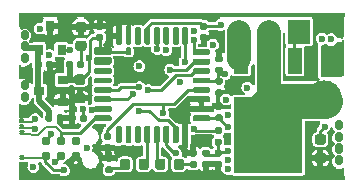
<source format=gtl>
G75*
G70*
%OFA0B0*%
%FSLAX25Y25*%
%IPPOS*%
%LPD*%
%AMOC8*
5,1,8,0,0,1.08239X$1,22.5*
%
%ADD10C,0.02756*%
%ADD11C,0.11811*%
%ADD12R,0.00984X0.11811*%
%ADD13R,0.00984X0.04331*%
%ADD14R,0.00984X0.03858*%
%ADD15R,0.00984X0.05709*%
%ADD16R,1.08661X0.00984*%
%ADD17R,0.00984X0.07677*%
%ADD18R,0.00984X0.03740*%
%ADD23R,0.03543X0.03150*%
%ADD24R,0.04724X0.08661*%
%ADD25C,0.05118*%
%ADD26R,0.22835X0.25197*%
%ADD27R,0.03150X0.03543*%
%ADD28C,0.03100*%
%ADD29R,0.07500X0.07874*%
%ADD30O,0.07500X0.07874*%
%ADD31C,0.02362*%
%ADD32C,0.01969*%
%ADD33C,0.00984*%
%ADD34C,0.00800*%
%ADD35C,0.07874*%
X0000000Y0000000D02*
%LPD*%
G01*
D10*
X0111791Y0011674D03*
X0111791Y0023485D03*
X0111791Y0019548D03*
X0111791Y0015611D03*
D11*
X0106870Y0031949D03*
D12*
X0113268Y0045729D03*
D13*
X0005591Y0058327D03*
D14*
X0005591Y0041240D03*
X0005591Y0028248D03*
D15*
X0005591Y0008229D03*
D16*
X0059429Y0060000D03*
X0059429Y0005866D03*
D17*
X0113268Y0056654D03*
D18*
X0113268Y0007244D03*
G36*
G01*
X0042697Y0055965D02*
X0042697Y0051044D01*
G75*
G02*
X0042205Y0050552I-000492J0000000D01*
G01*
X0041220Y0050552D01*
G75*
G02*
X0040728Y0051044I0000000J0000492D01*
G01*
X0040728Y0055965D01*
G75*
G02*
X0041220Y0056457I0000492J0000000D01*
G01*
X0042205Y0056457D01*
G75*
G02*
X0042697Y0055965I0000000J-000492D01*
G01*
G37*
G36*
G01*
X0036102Y0045433D02*
X0036102Y0044449D01*
G75*
G02*
X0035610Y0043957I-000492J0000000D01*
G01*
X0030689Y0043957D01*
G75*
G02*
X0030197Y0044449I0000000J0000492D01*
G01*
X0030197Y0045433D01*
G75*
G02*
X0030689Y0045926I0000492J0000000D01*
G01*
X0035610Y0045926D01*
G75*
G02*
X0036102Y0045433I0000000J-000492D01*
G01*
G37*
G36*
G01*
X0039547Y0055965D02*
X0039547Y0051044D01*
G75*
G02*
X0039055Y0050552I-000492J0000000D01*
G01*
X0038071Y0050552D01*
G75*
G02*
X0037579Y0051044I0000000J0000492D01*
G01*
X0037579Y0055965D01*
G75*
G02*
X0038071Y0056457I0000492J0000000D01*
G01*
X0039055Y0056457D01*
G75*
G02*
X0039547Y0055965I0000000J-000492D01*
G01*
G37*
G36*
G01*
X0038268Y0045926D02*
X0039252Y0045926D01*
G75*
G02*
X0039744Y0045433I0000000J-000492D01*
G01*
X0039744Y0044449D01*
G75*
G02*
X0039252Y0043957I-000492J0000000D01*
G01*
X0038268Y0043957D01*
G75*
G02*
X0037776Y0044449I0000000J0000492D01*
G01*
X0037776Y0045433D01*
G75*
G02*
X0038268Y0045926I0000492J0000000D01*
G01*
G37*
G36*
G01*
X0042697Y0048583D02*
X0042697Y0047599D01*
G75*
G02*
X0042205Y0047107I-000492J0000000D01*
G01*
X0041220Y0047107D01*
G75*
G02*
X0040728Y0047599I0000000J0000492D01*
G01*
X0040728Y0048583D01*
G75*
G02*
X0041220Y0049075I0000492J0000000D01*
G01*
X0042205Y0049075D01*
G75*
G02*
X0042697Y0048583I0000000J-000492D01*
G01*
G37*
G36*
G01*
X0036102Y0048583D02*
X0036102Y0047599D01*
G75*
G02*
X0035610Y0047107I-000492J0000000D01*
G01*
X0030689Y0047107D01*
G75*
G02*
X0030197Y0047599I0000000J0000492D01*
G01*
X0030197Y0048583D01*
G75*
G02*
X0030689Y0049075I0000492J0000000D01*
G01*
X0035610Y0049075D01*
G75*
G02*
X0036102Y0048583I0000000J-000492D01*
G01*
G37*
D10*
X0007102Y0049666D03*
X0007102Y0045729D03*
X0007102Y0032752D03*
X0007102Y0036752D03*
G36*
G01*
X0005098Y0024863D02*
X0005098Y0024863D01*
G75*
G02*
X0005591Y0025355I0000492J0000000D01*
G01*
X0006575Y0025355D01*
G75*
G02*
X0007067Y0024863I0000000J-000492D01*
G01*
X0007067Y0024863D01*
G75*
G02*
X0006575Y0024370I-000492J0000000D01*
G01*
X0005591Y0024370D01*
G75*
G02*
X0005098Y0024863I0000000J0000492D01*
G01*
G37*
G36*
G01*
X0005098Y0022894D02*
X0005098Y0022894D01*
G75*
G02*
X0005591Y0023386I0000492J0000000D01*
G01*
X0006575Y0023386D01*
G75*
G02*
X0007067Y0022894I0000000J-000492D01*
G01*
X0007067Y0022894D01*
G75*
G02*
X0006575Y0022402I-000492J0000000D01*
G01*
X0005591Y0022402D01*
G75*
G02*
X0005098Y0022894I0000000J0000492D01*
G01*
G37*
G36*
G01*
X0005098Y0020926D02*
X0005098Y0020926D01*
G75*
G02*
X0005591Y0021418I0000492J0000000D01*
G01*
X0006575Y0021418D01*
G75*
G02*
X0007067Y0020926I0000000J-000492D01*
G01*
X0007067Y0020926D01*
G75*
G02*
X0006575Y0020433I-000492J0000000D01*
G01*
X0005591Y0020433D01*
G75*
G02*
X0005098Y0020926I0000000J0000492D01*
G01*
G37*
G36*
G01*
X0005098Y0012658D02*
X0005098Y0012658D01*
G75*
G02*
X0005591Y0013150I0000492J0000000D01*
G01*
X0006575Y0013150D01*
G75*
G02*
X0007067Y0012658I0000000J-000492D01*
G01*
X0007067Y0012658D01*
G75*
G02*
X0006575Y0012166I-000492J0000000D01*
G01*
X0005591Y0012166D01*
G75*
G02*
X0005098Y0012658I0000000J0000492D01*
G01*
G37*
X0007102Y0053603D03*
X0004902Y0004469D02*
%LPD*%
G01*
G36*
G01*
X0072510Y0040178D02*
X0071152Y0040178D01*
G75*
G02*
X0070571Y0040758I0000000J0000581D01*
G01*
X0070571Y0041920D01*
G75*
G02*
X0071152Y0042500I0000581J0000000D01*
G01*
X0072510Y0042500D01*
G75*
G02*
X0073091Y0041920I0000000J-000581D01*
G01*
X0073091Y0040758D01*
G75*
G02*
X0072510Y0040178I-000581J0000000D01*
G01*
G37*
G36*
G01*
X0072510Y0043997D02*
X0071152Y0043997D01*
G75*
G02*
X0070571Y0044577I0000000J0000581D01*
G01*
X0070571Y0045739D01*
G75*
G02*
X0071152Y0046319I0000581J0000000D01*
G01*
X0072510Y0046319D01*
G75*
G02*
X0073091Y0045739I0000000J-000581D01*
G01*
X0073091Y0044577D01*
G75*
G02*
X0072510Y0043997I-000581J0000000D01*
G01*
G37*
G36*
G01*
X0013937Y0024754D02*
X0013937Y0026113D01*
G75*
G02*
X0014518Y0026693I0000581J0000000D01*
G01*
X0015680Y0026693D01*
G75*
G02*
X0016260Y0026113I0000000J-000581D01*
G01*
X0016260Y0024754D01*
G75*
G02*
X0015680Y0024174I-000581J0000000D01*
G01*
X0014518Y0024174D01*
G75*
G02*
X0013937Y0024754I0000000J0000581D01*
G01*
G37*
G36*
G01*
X0017756Y0024754D02*
X0017756Y0026113D01*
G75*
G02*
X0018337Y0026693I0000581J0000000D01*
G01*
X0019498Y0026693D01*
G75*
G02*
X0020079Y0026113I0000000J-000581D01*
G01*
X0020079Y0024754D01*
G75*
G02*
X0019498Y0024174I-000581J0000000D01*
G01*
X0018337Y0024174D01*
G75*
G02*
X0017756Y0024754I0000000J0000581D01*
G01*
G37*
G36*
G01*
X0024464Y0039951D02*
X0026482Y0039951D01*
G75*
G02*
X0027343Y0039090I0000000J-000861D01*
G01*
X0027343Y0037368D01*
G75*
G02*
X0026482Y0036506I-000861J0000000D01*
G01*
X0024464Y0036506D01*
G75*
G02*
X0023603Y0037368I0000000J0000861D01*
G01*
X0023603Y0039090D01*
G75*
G02*
X0024464Y0039951I0000861J0000000D01*
G01*
G37*
G36*
G01*
X0024464Y0033750D02*
X0026482Y0033750D01*
G75*
G02*
X0027343Y0032889I0000000J-000861D01*
G01*
X0027343Y0031167D01*
G75*
G02*
X0026482Y0030306I-000861J0000000D01*
G01*
X0024464Y0030306D01*
G75*
G02*
X0023603Y0031167I0000000J0000861D01*
G01*
X0023603Y0032889D01*
G75*
G02*
X0024464Y0033750I0000861J0000000D01*
G01*
G37*
G36*
G01*
X0070955Y0014922D02*
X0072313Y0014922D01*
G75*
G02*
X0072894Y0014341I0000000J-000581D01*
G01*
X0072894Y0013180D01*
G75*
G02*
X0072313Y0012599I-000581J0000000D01*
G01*
X0070955Y0012599D01*
G75*
G02*
X0070374Y0013180I0000000J0000581D01*
G01*
X0070374Y0014341D01*
G75*
G02*
X0070955Y0014922I0000581J0000000D01*
G01*
G37*
G36*
G01*
X0070955Y0011103D02*
X0072313Y0011103D01*
G75*
G02*
X0072894Y0010522I0000000J-000581D01*
G01*
X0072894Y0009361D01*
G75*
G02*
X0072313Y0008780I-000581J0000000D01*
G01*
X0070955Y0008780D01*
G75*
G02*
X0070374Y0009361I0000000J0000581D01*
G01*
X0070374Y0010522D01*
G75*
G02*
X0070955Y0011103I0000581J0000000D01*
G01*
G37*
D23*
X0019764Y0030749D03*
X0019764Y0038229D03*
X0011890Y0034489D03*
G36*
G01*
X0066772Y0014922D02*
X0068130Y0014922D01*
G75*
G02*
X0068711Y0014341I0000000J-000581D01*
G01*
X0068711Y0013180D01*
G75*
G02*
X0068130Y0012599I-000581J0000000D01*
G01*
X0066772Y0012599D01*
G75*
G02*
X0066191Y0013180I0000000J0000581D01*
G01*
X0066191Y0014341D01*
G75*
G02*
X0066772Y0014922I0000581J0000000D01*
G01*
G37*
G36*
G01*
X0066772Y0011103D02*
X0068130Y0011103D01*
G75*
G02*
X0068711Y0010522I0000000J-000581D01*
G01*
X0068711Y0009361D01*
G75*
G02*
X0068130Y0008780I-000581J0000000D01*
G01*
X0066772Y0008780D01*
G75*
G02*
X0066191Y0009361I0000000J0000581D01*
G01*
X0066191Y0010522D01*
G75*
G02*
X0066772Y0011103I0000581J0000000D01*
G01*
G37*
G36*
G01*
X0071152Y0038839D02*
X0072510Y0038839D01*
G75*
G02*
X0073091Y0038258I0000000J-000581D01*
G01*
X0073091Y0037097D01*
G75*
G02*
X0072510Y0036516I-000581J0000000D01*
G01*
X0071152Y0036516D01*
G75*
G02*
X0070571Y0037097I0000000J0000581D01*
G01*
X0070571Y0038258D01*
G75*
G02*
X0071152Y0038839I0000581J0000000D01*
G01*
G37*
G36*
G01*
X0071152Y0035020D02*
X0072510Y0035020D01*
G75*
G02*
X0073091Y0034439I0000000J-000581D01*
G01*
X0073091Y0033278D01*
G75*
G02*
X0072510Y0032697I-000581J0000000D01*
G01*
X0071152Y0032697D01*
G75*
G02*
X0070571Y0033278I0000000J0000581D01*
G01*
X0070571Y0034439D01*
G75*
G02*
X0071152Y0035020I0000581J0000000D01*
G01*
G37*
G36*
G01*
X0067392Y0051103D02*
X0066034Y0051103D01*
G75*
G02*
X0065453Y0051684I0000000J0000581D01*
G01*
X0065453Y0052845D01*
G75*
G02*
X0066034Y0053426I0000581J0000000D01*
G01*
X0067392Y0053426D01*
G75*
G02*
X0067973Y0052845I0000000J-000581D01*
G01*
X0067973Y0051684D01*
G75*
G02*
X0067392Y0051103I-000581J0000000D01*
G01*
G37*
G36*
G01*
X0067392Y0054922D02*
X0066034Y0054922D01*
G75*
G02*
X0065453Y0055502I0000000J0000581D01*
G01*
X0065453Y0056664D01*
G75*
G02*
X0066034Y0057245I0000581J0000000D01*
G01*
X0067392Y0057245D01*
G75*
G02*
X0067973Y0056664I0000000J-000581D01*
G01*
X0067973Y0055502D01*
G75*
G02*
X0067392Y0054922I-000581J0000000D01*
G01*
G37*
G36*
G01*
X0072510Y0024331D02*
X0071152Y0024331D01*
G75*
G02*
X0070571Y0024912I0000000J0000581D01*
G01*
X0070571Y0026073D01*
G75*
G02*
X0071152Y0026654I0000581J0000000D01*
G01*
X0072510Y0026654D01*
G75*
G02*
X0073091Y0026073I0000000J-000581D01*
G01*
X0073091Y0024912D01*
G75*
G02*
X0072510Y0024331I-000581J0000000D01*
G01*
G37*
G36*
G01*
X0072510Y0028150D02*
X0071152Y0028150D01*
G75*
G02*
X0070571Y0028731I0000000J0000581D01*
G01*
X0070571Y0029892D01*
G75*
G02*
X0071152Y0030473I0000581J0000000D01*
G01*
X0072510Y0030473D01*
G75*
G02*
X0073091Y0029892I0000000J-000581D01*
G01*
X0073091Y0028731D01*
G75*
G02*
X0072510Y0028150I-000581J0000000D01*
G01*
G37*
G36*
G01*
X0032746Y0051103D02*
X0031388Y0051103D01*
G75*
G02*
X0030808Y0051684I0000000J0000581D01*
G01*
X0030808Y0052845D01*
G75*
G02*
X0031388Y0053426I0000581J0000000D01*
G01*
X0032746Y0053426D01*
G75*
G02*
X0033327Y0052845I0000000J-000581D01*
G01*
X0033327Y0051684D01*
G75*
G02*
X0032746Y0051103I-000581J0000000D01*
G01*
G37*
G36*
G01*
X0032746Y0054922D02*
X0031388Y0054922D01*
G75*
G02*
X0030808Y0055502I0000000J0000581D01*
G01*
X0030808Y0056664D01*
G75*
G02*
X0031388Y0057245I0000581J0000000D01*
G01*
X0032746Y0057245D01*
G75*
G02*
X0033327Y0056664I0000000J-000581D01*
G01*
X0033327Y0055502D01*
G75*
G02*
X0032746Y0054922I-000581J0000000D01*
G01*
G37*
D24*
X0097185Y0044430D03*
D25*
X0096083Y0016083D03*
X0088209Y0027894D03*
X0080335Y0016083D03*
D26*
X0088209Y0019626D03*
D24*
X0079233Y0044430D03*
G36*
G01*
X0021713Y0024656D02*
X0021713Y0026014D01*
G75*
G02*
X0022294Y0026595I0000581J0000000D01*
G01*
X0023455Y0026595D01*
G75*
G02*
X0024036Y0026014I0000000J-000581D01*
G01*
X0024036Y0024656D01*
G75*
G02*
X0023455Y0024075I-000581J0000000D01*
G01*
X0022294Y0024075D01*
G75*
G02*
X0021713Y0024656I0000000J0000581D01*
G01*
G37*
G36*
G01*
X0025532Y0024656D02*
X0025532Y0026014D01*
G75*
G02*
X0026113Y0026595I0000581J0000000D01*
G01*
X0027274Y0026595D01*
G75*
G02*
X0027855Y0026014I0000000J-000581D01*
G01*
X0027855Y0024656D01*
G75*
G02*
X0027274Y0024075I-000581J0000000D01*
G01*
X0026113Y0024075D01*
G75*
G02*
X0025532Y0024656I0000000J0000581D01*
G01*
G37*
G36*
G01*
X0060217Y0010990D02*
X0060217Y0008972D01*
G75*
G02*
X0059356Y0008111I-000861J0000000D01*
G01*
X0057633Y0008111D01*
G75*
G02*
X0056772Y0008972I0000000J0000861D01*
G01*
X0056772Y0010990D01*
G75*
G02*
X0057633Y0011851I0000861J0000000D01*
G01*
X0059356Y0011851D01*
G75*
G02*
X0060217Y0010990I0000000J-000861D01*
G01*
G37*
G36*
G01*
X0054016Y0010990D02*
X0054016Y0008972D01*
G75*
G02*
X0053155Y0008111I-000861J0000000D01*
G01*
X0051433Y0008111D01*
G75*
G02*
X0050571Y0008972I0000000J0000861D01*
G01*
X0050571Y0010990D01*
G75*
G02*
X0051433Y0011851I0000861J0000000D01*
G01*
X0053155Y0011851D01*
G75*
G02*
X0054016Y0010990I0000000J-000861D01*
G01*
G37*
G36*
G01*
X0062589Y0014922D02*
X0063947Y0014922D01*
G75*
G02*
X0064528Y0014341I0000000J-000581D01*
G01*
X0064528Y0013180D01*
G75*
G02*
X0063947Y0012599I-000581J0000000D01*
G01*
X0062589Y0012599D01*
G75*
G02*
X0062008Y0013180I0000000J0000581D01*
G01*
X0062008Y0014341D01*
G75*
G02*
X0062589Y0014922I0000581J0000000D01*
G01*
G37*
G36*
G01*
X0062589Y0011103D02*
X0063947Y0011103D01*
G75*
G02*
X0064528Y0010522I0000000J-000581D01*
G01*
X0064528Y0009361D01*
G75*
G02*
X0063947Y0008780I-000581J0000000D01*
G01*
X0062589Y0008780D01*
G75*
G02*
X0062008Y0009361I0000000J0000581D01*
G01*
X0062008Y0010522D01*
G75*
G02*
X0062589Y0011103I0000581J0000000D01*
G01*
G37*
G36*
G01*
X0106698Y0010375D02*
X0104681Y0010375D01*
G75*
G02*
X0103819Y0011236I0000000J0000861D01*
G01*
X0103819Y0012958D01*
G75*
G02*
X0104681Y0013819I0000861J0000000D01*
G01*
X0106698Y0013819D01*
G75*
G02*
X0107559Y0012958I0000000J-000861D01*
G01*
X0107559Y0011236D01*
G75*
G02*
X0106698Y0010375I-000861J0000000D01*
G01*
G37*
G36*
G01*
X0106698Y0016575D02*
X0104681Y0016575D01*
G75*
G02*
X0103819Y0017437I0000000J0000861D01*
G01*
X0103819Y0019159D01*
G75*
G02*
X0104681Y0020020I0000861J0000000D01*
G01*
X0106698Y0020020D01*
G75*
G02*
X0107559Y0019159I0000000J-000861D01*
G01*
X0107559Y0017437D01*
G75*
G02*
X0106698Y0016575I-000861J0000000D01*
G01*
G37*
G36*
G01*
X0038859Y0008972D02*
X0038859Y0010990D01*
G75*
G02*
X0039720Y0011851I0000861J0000000D01*
G01*
X0041442Y0011851D01*
G75*
G02*
X0042304Y0010990I0000000J-000861D01*
G01*
X0042304Y0008972D01*
G75*
G02*
X0041442Y0008111I-000861J0000000D01*
G01*
X0039720Y0008111D01*
G75*
G02*
X0038859Y0008972I0000000J0000861D01*
G01*
G37*
G36*
G01*
X0045059Y0008972D02*
X0045059Y0010990D01*
G75*
G02*
X0045921Y0011851I0000861J0000000D01*
G01*
X0047643Y0011851D01*
G75*
G02*
X0048504Y0010990I0000000J-000861D01*
G01*
X0048504Y0008972D01*
G75*
G02*
X0047643Y0008111I-000861J0000000D01*
G01*
X0045921Y0008111D01*
G75*
G02*
X0045059Y0008972I0000000J0000861D01*
G01*
G37*
G36*
G01*
X0034538Y0013150D02*
X0035896Y0013150D01*
G75*
G02*
X0036477Y0012569I0000000J-000581D01*
G01*
X0036477Y0011408D01*
G75*
G02*
X0035896Y0010827I-000581J0000000D01*
G01*
X0034538Y0010827D01*
G75*
G02*
X0033957Y0011408I0000000J0000581D01*
G01*
X0033957Y0012569D01*
G75*
G02*
X0034538Y0013150I0000581J0000000D01*
G01*
G37*
G36*
G01*
X0034538Y0009331D02*
X0035896Y0009331D01*
G75*
G02*
X0036477Y0008750I0000000J-000581D01*
G01*
X0036477Y0007589D01*
G75*
G02*
X0035896Y0007008I-000581J0000000D01*
G01*
X0034538Y0007008D01*
G75*
G02*
X0033957Y0007589I0000000J0000581D01*
G01*
X0033957Y0008750D01*
G75*
G02*
X0034538Y0009331I0000581J0000000D01*
G01*
G37*
G36*
G01*
X0068977Y0025827D02*
X0068977Y0024843D01*
G75*
G02*
X0068485Y0024351I-000492J0000000D01*
G01*
X0063563Y0024351D01*
G75*
G02*
X0063071Y0024843I0000000J0000492D01*
G01*
X0063071Y0025827D01*
G75*
G02*
X0063563Y0026319I0000492J0000000D01*
G01*
X0068485Y0026319D01*
G75*
G02*
X0068977Y0025827I0000000J-000492D01*
G01*
G37*
G36*
G01*
X0068977Y0028977D02*
X0068977Y0027993D01*
G75*
G02*
X0068485Y0027500I-000492J0000000D01*
G01*
X0063563Y0027500D01*
G75*
G02*
X0063071Y0027993I0000000J0000492D01*
G01*
X0063071Y0028977D01*
G75*
G02*
X0063563Y0029469I0000492J0000000D01*
G01*
X0068485Y0029469D01*
G75*
G02*
X0068977Y0028977I0000000J-000492D01*
G01*
G37*
G36*
G01*
X0068977Y0032126D02*
X0068977Y0031142D01*
G75*
G02*
X0068485Y0030650I-000492J0000000D01*
G01*
X0063563Y0030650D01*
G75*
G02*
X0063071Y0031142I0000000J0000492D01*
G01*
X0063071Y0032126D01*
G75*
G02*
X0063563Y0032619I0000492J0000000D01*
G01*
X0068485Y0032619D01*
G75*
G02*
X0068977Y0032126I0000000J-000492D01*
G01*
G37*
G36*
G01*
X0068977Y0035276D02*
X0068977Y0034292D01*
G75*
G02*
X0068485Y0033800I-000492J0000000D01*
G01*
X0063563Y0033800D01*
G75*
G02*
X0063071Y0034292I0000000J0000492D01*
G01*
X0063071Y0035276D01*
G75*
G02*
X0063563Y0035768I0000492J0000000D01*
G01*
X0068485Y0035768D01*
G75*
G02*
X0068977Y0035276I0000000J-000492D01*
G01*
G37*
G36*
G01*
X0068977Y0038426D02*
X0068977Y0037441D01*
G75*
G02*
X0068485Y0036949I-000492J0000000D01*
G01*
X0063563Y0036949D01*
G75*
G02*
X0063071Y0037441I0000000J0000492D01*
G01*
X0063071Y0038426D01*
G75*
G02*
X0063563Y0038918I0000492J0000000D01*
G01*
X0068485Y0038918D01*
G75*
G02*
X0068977Y0038426I0000000J-000492D01*
G01*
G37*
G36*
G01*
X0068977Y0041575D02*
X0068977Y0040591D01*
G75*
G02*
X0068485Y0040099I-000492J0000000D01*
G01*
X0063563Y0040099D01*
G75*
G02*
X0063071Y0040591I0000000J0000492D01*
G01*
X0063071Y0041575D01*
G75*
G02*
X0063563Y0042067I0000492J0000000D01*
G01*
X0068485Y0042067D01*
G75*
G02*
X0068977Y0041575I0000000J-000492D01*
G01*
G37*
G36*
G01*
X0068977Y0044725D02*
X0068977Y0043741D01*
G75*
G02*
X0068485Y0043249I-000492J0000000D01*
G01*
X0063563Y0043249D01*
G75*
G02*
X0063071Y0043741I0000000J0000492D01*
G01*
X0063071Y0044725D01*
G75*
G02*
X0063563Y0045217I0000492J0000000D01*
G01*
X0068485Y0045217D01*
G75*
G02*
X0068977Y0044725I0000000J-000492D01*
G01*
G37*
G36*
G01*
X0068977Y0047875D02*
X0068977Y0046890D01*
G75*
G02*
X0068485Y0046398I-000492J0000000D01*
G01*
X0063563Y0046398D01*
G75*
G02*
X0063071Y0046890I0000000J0000492D01*
G01*
X0063071Y0047875D01*
G75*
G02*
X0063563Y0048367I0000492J0000000D01*
G01*
X0068485Y0048367D01*
G75*
G02*
X0068977Y0047875I0000000J-000492D01*
G01*
G37*
G36*
G01*
X0061595Y0055256D02*
X0061595Y0050335D01*
G75*
G02*
X0061103Y0049843I-000492J0000000D01*
G01*
X0060119Y0049843D01*
G75*
G02*
X0059626Y0050335I0000000J0000492D01*
G01*
X0059626Y0055256D01*
G75*
G02*
X0060119Y0055749I0000492J0000000D01*
G01*
X0061103Y0055749D01*
G75*
G02*
X0061595Y0055256I0000000J-000492D01*
G01*
G37*
G36*
G01*
X0058445Y0055256D02*
X0058445Y0050335D01*
G75*
G02*
X0057953Y0049843I-000492J0000000D01*
G01*
X0056969Y0049843D01*
G75*
G02*
X0056477Y0050335I0000000J0000492D01*
G01*
X0056477Y0055256D01*
G75*
G02*
X0056969Y0055749I0000492J0000000D01*
G01*
X0057953Y0055749D01*
G75*
G02*
X0058445Y0055256I0000000J-000492D01*
G01*
G37*
G36*
G01*
X0055296Y0055256D02*
X0055296Y0050335D01*
G75*
G02*
X0054804Y0049843I-000492J0000000D01*
G01*
X0053819Y0049843D01*
G75*
G02*
X0053327Y0050335I0000000J0000492D01*
G01*
X0053327Y0055256D01*
G75*
G02*
X0053819Y0055749I0000492J0000000D01*
G01*
X0054804Y0055749D01*
G75*
G02*
X0055296Y0055256I0000000J-000492D01*
G01*
G37*
G36*
G01*
X0052146Y0055256D02*
X0052146Y0050335D01*
G75*
G02*
X0051654Y0049843I-000492J0000000D01*
G01*
X0050670Y0049843D01*
G75*
G02*
X0050178Y0050335I0000000J0000492D01*
G01*
X0050178Y0055256D01*
G75*
G02*
X0050670Y0055749I0000492J0000000D01*
G01*
X0051654Y0055749D01*
G75*
G02*
X0052146Y0055256I0000000J-000492D01*
G01*
G37*
G36*
G01*
X0048996Y0055256D02*
X0048996Y0050335D01*
G75*
G02*
X0048504Y0049843I-000492J0000000D01*
G01*
X0047520Y0049843D01*
G75*
G02*
X0047028Y0050335I0000000J0000492D01*
G01*
X0047028Y0055256D01*
G75*
G02*
X0047520Y0055749I0000492J0000000D01*
G01*
X0048504Y0055749D01*
G75*
G02*
X0048996Y0055256I0000000J-000492D01*
G01*
G37*
G36*
G01*
X0045847Y0055256D02*
X0045847Y0050335D01*
G75*
G02*
X0045355Y0049843I-000492J0000000D01*
G01*
X0044371Y0049843D01*
G75*
G02*
X0043878Y0050335I0000000J0000492D01*
G01*
X0043878Y0055256D01*
G75*
G02*
X0044371Y0055749I0000492J0000000D01*
G01*
X0045355Y0055749D01*
G75*
G02*
X0045847Y0055256I0000000J-000492D01*
G01*
G37*
G36*
G01*
X0042697Y0055256D02*
X0042697Y0050335D01*
G75*
G02*
X0042205Y0049843I-000492J0000000D01*
G01*
X0041221Y0049843D01*
G75*
G02*
X0040729Y0050335I0000000J0000492D01*
G01*
X0040729Y0055256D01*
G75*
G02*
X0041221Y0055749I0000492J0000000D01*
G01*
X0042205Y0055749D01*
G75*
G02*
X0042697Y0055256I0000000J-000492D01*
G01*
G37*
G36*
G01*
X0039548Y0055256D02*
X0039548Y0050335D01*
G75*
G02*
X0039056Y0049843I-000492J0000000D01*
G01*
X0038071Y0049843D01*
G75*
G02*
X0037579Y0050335I0000000J0000492D01*
G01*
X0037579Y0055256D01*
G75*
G02*
X0038071Y0055749I0000492J0000000D01*
G01*
X0039056Y0055749D01*
G75*
G02*
X0039548Y0055256I0000000J-000492D01*
G01*
G37*
G36*
G01*
X0036103Y0047875D02*
X0036103Y0046890D01*
G75*
G02*
X0035611Y0046398I-000492J0000000D01*
G01*
X0030689Y0046398D01*
G75*
G02*
X0030197Y0046890I0000000J0000492D01*
G01*
X0030197Y0047875D01*
G75*
G02*
X0030689Y0048367I0000492J0000000D01*
G01*
X0035611Y0048367D01*
G75*
G02*
X0036103Y0047875I0000000J-000492D01*
G01*
G37*
G36*
G01*
X0036103Y0044725D02*
X0036103Y0043741D01*
G75*
G02*
X0035611Y0043249I-000492J0000000D01*
G01*
X0030689Y0043249D01*
G75*
G02*
X0030197Y0043741I0000000J0000492D01*
G01*
X0030197Y0044725D01*
G75*
G02*
X0030689Y0045217I0000492J0000000D01*
G01*
X0035611Y0045217D01*
G75*
G02*
X0036103Y0044725I0000000J-000492D01*
G01*
G37*
G36*
G01*
X0036103Y0041575D02*
X0036103Y0040591D01*
G75*
G02*
X0035611Y0040099I-000492J0000000D01*
G01*
X0030689Y0040099D01*
G75*
G02*
X0030197Y0040591I0000000J0000492D01*
G01*
X0030197Y0041575D01*
G75*
G02*
X0030689Y0042067I0000492J0000000D01*
G01*
X0035611Y0042067D01*
G75*
G02*
X0036103Y0041575I0000000J-000492D01*
G01*
G37*
G36*
G01*
X0036103Y0038426D02*
X0036103Y0037441D01*
G75*
G02*
X0035611Y0036949I-000492J0000000D01*
G01*
X0030689Y0036949D01*
G75*
G02*
X0030197Y0037441I0000000J0000492D01*
G01*
X0030197Y0038426D01*
G75*
G02*
X0030689Y0038918I0000492J0000000D01*
G01*
X0035611Y0038918D01*
G75*
G02*
X0036103Y0038426I0000000J-000492D01*
G01*
G37*
G36*
G01*
X0036103Y0035276D02*
X0036103Y0034292D01*
G75*
G02*
X0035611Y0033800I-000492J0000000D01*
G01*
X0030689Y0033800D01*
G75*
G02*
X0030197Y0034292I0000000J0000492D01*
G01*
X0030197Y0035276D01*
G75*
G02*
X0030689Y0035768I0000492J0000000D01*
G01*
X0035611Y0035768D01*
G75*
G02*
X0036103Y0035276I0000000J-000492D01*
G01*
G37*
G36*
G01*
X0036103Y0032126D02*
X0036103Y0031142D01*
G75*
G02*
X0035611Y0030650I-000492J0000000D01*
G01*
X0030689Y0030650D01*
G75*
G02*
X0030197Y0031142I0000000J0000492D01*
G01*
X0030197Y0032126D01*
G75*
G02*
X0030689Y0032619I0000492J0000000D01*
G01*
X0035611Y0032619D01*
G75*
G02*
X0036103Y0032126I0000000J-000492D01*
G01*
G37*
G36*
G01*
X0036103Y0028977D02*
X0036103Y0027993D01*
G75*
G02*
X0035611Y0027500I-000492J0000000D01*
G01*
X0030689Y0027500D01*
G75*
G02*
X0030197Y0027993I0000000J0000492D01*
G01*
X0030197Y0028977D01*
G75*
G02*
X0030689Y0029469I0000492J0000000D01*
G01*
X0035611Y0029469D01*
G75*
G02*
X0036103Y0028977I0000000J-000492D01*
G01*
G37*
G36*
G01*
X0036103Y0025827D02*
X0036103Y0024843D01*
G75*
G02*
X0035611Y0024351I-000492J0000000D01*
G01*
X0030689Y0024351D01*
G75*
G02*
X0030197Y0024843I0000000J0000492D01*
G01*
X0030197Y0025827D01*
G75*
G02*
X0030689Y0026319I0000492J0000000D01*
G01*
X0035611Y0026319D01*
G75*
G02*
X0036103Y0025827I0000000J-000492D01*
G01*
G37*
G36*
G01*
X0039548Y0022382D02*
X0039548Y0017461D01*
G75*
G02*
X0039056Y0016969I-000492J0000000D01*
G01*
X0038071Y0016969D01*
G75*
G02*
X0037579Y0017461I0000000J0000492D01*
G01*
X0037579Y0022382D01*
G75*
G02*
X0038071Y0022875I0000492J0000000D01*
G01*
X0039056Y0022875D01*
G75*
G02*
X0039548Y0022382I0000000J-000492D01*
G01*
G37*
G36*
G01*
X0042697Y0022382D02*
X0042697Y0017461D01*
G75*
G02*
X0042205Y0016969I-000492J0000000D01*
G01*
X0041221Y0016969D01*
G75*
G02*
X0040729Y0017461I0000000J0000492D01*
G01*
X0040729Y0022382D01*
G75*
G02*
X0041221Y0022875I0000492J0000000D01*
G01*
X0042205Y0022875D01*
G75*
G02*
X0042697Y0022382I0000000J-000492D01*
G01*
G37*
G36*
G01*
X0045847Y0022382D02*
X0045847Y0017461D01*
G75*
G02*
X0045355Y0016969I-000492J0000000D01*
G01*
X0044371Y0016969D01*
G75*
G02*
X0043878Y0017461I0000000J0000492D01*
G01*
X0043878Y0022382D01*
G75*
G02*
X0044371Y0022875I0000492J0000000D01*
G01*
X0045355Y0022875D01*
G75*
G02*
X0045847Y0022382I0000000J-000492D01*
G01*
G37*
G36*
G01*
X0048996Y0022382D02*
X0048996Y0017461D01*
G75*
G02*
X0048504Y0016969I-000492J0000000D01*
G01*
X0047520Y0016969D01*
G75*
G02*
X0047028Y0017461I0000000J0000492D01*
G01*
X0047028Y0022382D01*
G75*
G02*
X0047520Y0022875I0000492J0000000D01*
G01*
X0048504Y0022875D01*
G75*
G02*
X0048996Y0022382I0000000J-000492D01*
G01*
G37*
G36*
G01*
X0052146Y0022382D02*
X0052146Y0017461D01*
G75*
G02*
X0051654Y0016969I-000492J0000000D01*
G01*
X0050670Y0016969D01*
G75*
G02*
X0050178Y0017461I0000000J0000492D01*
G01*
X0050178Y0022382D01*
G75*
G02*
X0050670Y0022875I0000492J0000000D01*
G01*
X0051654Y0022875D01*
G75*
G02*
X0052146Y0022382I0000000J-000492D01*
G01*
G37*
G36*
G01*
X0055296Y0022382D02*
X0055296Y0017461D01*
G75*
G02*
X0054804Y0016969I-000492J0000000D01*
G01*
X0053819Y0016969D01*
G75*
G02*
X0053327Y0017461I0000000J0000492D01*
G01*
X0053327Y0022382D01*
G75*
G02*
X0053819Y0022875I0000492J0000000D01*
G01*
X0054804Y0022875D01*
G75*
G02*
X0055296Y0022382I0000000J-000492D01*
G01*
G37*
G36*
G01*
X0058445Y0022382D02*
X0058445Y0017461D01*
G75*
G02*
X0057953Y0016969I-000492J0000000D01*
G01*
X0056969Y0016969D01*
G75*
G02*
X0056477Y0017461I0000000J0000492D01*
G01*
X0056477Y0022382D01*
G75*
G02*
X0056969Y0022875I0000492J0000000D01*
G01*
X0057953Y0022875D01*
G75*
G02*
X0058445Y0022382I0000000J-000492D01*
G01*
G37*
G36*
G01*
X0061595Y0022382D02*
X0061595Y0017461D01*
G75*
G02*
X0061103Y0016969I-000492J0000000D01*
G01*
X0060119Y0016969D01*
G75*
G02*
X0059626Y0017461I0000000J0000492D01*
G01*
X0059626Y0022382D01*
G75*
G02*
X0060119Y0022875I0000492J0000000D01*
G01*
X0061103Y0022875D01*
G75*
G02*
X0061595Y0022382I0000000J-000492D01*
G01*
G37*
G36*
G01*
X0026969Y0043928D02*
X0026969Y0042569D01*
G75*
G02*
X0026388Y0041989I-000581J0000000D01*
G01*
X0025227Y0041989D01*
G75*
G02*
X0024646Y0042569I0000000J0000581D01*
G01*
X0024646Y0043928D01*
G75*
G02*
X0025227Y0044508I0000581J0000000D01*
G01*
X0026388Y0044508D01*
G75*
G02*
X0026969Y0043928I0000000J-000581D01*
G01*
G37*
G36*
G01*
X0023150Y0043928D02*
X0023150Y0042569D01*
G75*
G02*
X0022569Y0041989I-000581J0000000D01*
G01*
X0021408Y0041989D01*
G75*
G02*
X0020827Y0042569I0000000J0000581D01*
G01*
X0020827Y0043928D01*
G75*
G02*
X0021408Y0044508I0000581J0000000D01*
G01*
X0022569Y0044508D01*
G75*
G02*
X0023150Y0043928I0000000J-000581D01*
G01*
G37*
G36*
G01*
X0034046Y0020532D02*
X0035404Y0020532D01*
G75*
G02*
X0035985Y0019951I0000000J-000581D01*
G01*
X0035985Y0018790D01*
G75*
G02*
X0035404Y0018209I-000581J0000000D01*
G01*
X0034046Y0018209D01*
G75*
G02*
X0033465Y0018790I0000000J0000581D01*
G01*
X0033465Y0019951D01*
G75*
G02*
X0034046Y0020532I0000581J0000000D01*
G01*
G37*
G36*
G01*
X0034046Y0016713D02*
X0035404Y0016713D01*
G75*
G02*
X0035985Y0016132I0000000J-000581D01*
G01*
X0035985Y0014971D01*
G75*
G02*
X0035404Y0014390I-000581J0000000D01*
G01*
X0034046Y0014390D01*
G75*
G02*
X0033465Y0014971I0000000J0000581D01*
G01*
X0033465Y0016132D01*
G75*
G02*
X0034046Y0016713I0000581J0000000D01*
G01*
G37*
G36*
G01*
X0010402Y0042569D02*
X0010402Y0043928D01*
G75*
G02*
X0010983Y0044508I0000581J0000000D01*
G01*
X0012144Y0044508D01*
G75*
G02*
X0012725Y0043928I0000000J-000581D01*
G01*
X0012725Y0042569D01*
G75*
G02*
X0012144Y0041989I-000581J0000000D01*
G01*
X0010983Y0041989D01*
G75*
G02*
X0010402Y0042569I0000000J0000581D01*
G01*
G37*
G36*
G01*
X0014221Y0042569D02*
X0014221Y0043928D01*
G75*
G02*
X0014802Y0044508I0000581J0000000D01*
G01*
X0015963Y0044508D01*
G75*
G02*
X0016544Y0043928I0000000J-000581D01*
G01*
X0016544Y0042569D01*
G75*
G02*
X0015963Y0041989I-000581J0000000D01*
G01*
X0014802Y0041989D01*
G75*
G02*
X0014221Y0042569I0000000J0000581D01*
G01*
G37*
D27*
X0011890Y0048170D03*
X0019371Y0048170D03*
X0015630Y0056044D03*
G36*
G01*
X0070955Y0022402D02*
X0072313Y0022402D01*
G75*
G02*
X0072894Y0021821I0000000J-000581D01*
G01*
X0072894Y0020660D01*
G75*
G02*
X0072313Y0020079I-000581J0000000D01*
G01*
X0070955Y0020079D01*
G75*
G02*
X0070374Y0020660I0000000J0000581D01*
G01*
X0070374Y0021821D01*
G75*
G02*
X0070955Y0022402I0000581J0000000D01*
G01*
G37*
G36*
G01*
X0070955Y0018583D02*
X0072313Y0018583D01*
G75*
G02*
X0072894Y0018002I0000000J-000581D01*
G01*
X0072894Y0016841D01*
G75*
G02*
X0072313Y0016260I-000581J0000000D01*
G01*
X0070955Y0016260D01*
G75*
G02*
X0070374Y0016841I0000000J0000581D01*
G01*
X0070374Y0018002D01*
G75*
G02*
X0070955Y0018583I0000581J0000000D01*
G01*
G37*
G36*
G01*
X0024828Y0057441D02*
X0026846Y0057441D01*
G75*
G02*
X0027707Y0056580I0000000J-000861D01*
G01*
X0027707Y0054858D01*
G75*
G02*
X0026846Y0053997I-000861J0000000D01*
G01*
X0024828Y0053997D01*
G75*
G02*
X0023967Y0054858I0000000J0000861D01*
G01*
X0023967Y0056580D01*
G75*
G02*
X0024828Y0057441I0000861J0000000D01*
G01*
G37*
G36*
G01*
X0024828Y0051241D02*
X0026846Y0051241D01*
G75*
G02*
X0027707Y0050379I0000000J-000861D01*
G01*
X0027707Y0048657D01*
G75*
G02*
X0026846Y0047796I-000861J0000000D01*
G01*
X0024828Y0047796D01*
G75*
G02*
X0023967Y0048657I0000000J0000861D01*
G01*
X0023967Y0050379D01*
G75*
G02*
X0024828Y0051241I0000861J0000000D01*
G01*
G37*
D10*
X0111792Y0010965D03*
X0111792Y0022776D03*
X0111792Y0018839D03*
X0111792Y0014902D03*
D11*
X0106871Y0031241D03*
D12*
X0113268Y0045020D03*
D15*
X0005591Y0007520D03*
D14*
X0005591Y0040532D03*
D16*
X0059430Y0059292D03*
D13*
X0005591Y0057619D03*
D16*
X0059430Y0005158D03*
D17*
X0113268Y0055945D03*
D18*
X0113268Y0006536D03*
D14*
X0005591Y0027540D03*
G36*
G01*
X0042697Y0055256D02*
X0042697Y0050335D01*
G75*
G02*
X0042205Y0049843I-000492J0000000D01*
G01*
X0041221Y0049843D01*
G75*
G02*
X0040729Y0050335I0000000J0000492D01*
G01*
X0040729Y0055256D01*
G75*
G02*
X0041221Y0055749I0000492J0000000D01*
G01*
X0042205Y0055749D01*
G75*
G02*
X0042697Y0055256I0000000J-000492D01*
G01*
G37*
G36*
G01*
X0036103Y0044725D02*
X0036103Y0043741D01*
G75*
G02*
X0035611Y0043249I-000492J0000000D01*
G01*
X0030689Y0043249D01*
G75*
G02*
X0030197Y0043741I0000000J0000492D01*
G01*
X0030197Y0044725D01*
G75*
G02*
X0030689Y0045217I0000492J0000000D01*
G01*
X0035611Y0045217D01*
G75*
G02*
X0036103Y0044725I0000000J-000492D01*
G01*
G37*
G36*
G01*
X0039548Y0055256D02*
X0039548Y0050335D01*
G75*
G02*
X0039056Y0049843I-000492J0000000D01*
G01*
X0038071Y0049843D01*
G75*
G02*
X0037579Y0050335I0000000J0000492D01*
G01*
X0037579Y0055256D01*
G75*
G02*
X0038071Y0055749I0000492J0000000D01*
G01*
X0039056Y0055749D01*
G75*
G02*
X0039548Y0055256I0000000J-000492D01*
G01*
G37*
G36*
G01*
X0038268Y0045217D02*
X0039252Y0045217D01*
G75*
G02*
X0039745Y0044725I0000000J-000492D01*
G01*
X0039745Y0043741D01*
G75*
G02*
X0039252Y0043249I-000492J0000000D01*
G01*
X0038268Y0043249D01*
G75*
G02*
X0037776Y0043741I0000000J0000492D01*
G01*
X0037776Y0044725D01*
G75*
G02*
X0038268Y0045217I0000492J0000000D01*
G01*
G37*
G36*
G01*
X0042697Y0047875D02*
X0042697Y0046890D01*
G75*
G02*
X0042205Y0046398I-000492J0000000D01*
G01*
X0041221Y0046398D01*
G75*
G02*
X0040729Y0046890I0000000J0000492D01*
G01*
X0040729Y0047875D01*
G75*
G02*
X0041221Y0048367I0000492J0000000D01*
G01*
X0042205Y0048367D01*
G75*
G02*
X0042697Y0047875I0000000J-000492D01*
G01*
G37*
G36*
G01*
X0036103Y0047875D02*
X0036103Y0046890D01*
G75*
G02*
X0035611Y0046398I-000492J0000000D01*
G01*
X0030689Y0046398D01*
G75*
G02*
X0030197Y0046890I0000000J0000492D01*
G01*
X0030197Y0047875D01*
G75*
G02*
X0030689Y0048367I0000492J0000000D01*
G01*
X0035611Y0048367D01*
G75*
G02*
X0036103Y0047875I0000000J-000492D01*
G01*
G37*
D10*
X0007102Y0048957D03*
X0007102Y0045020D03*
X0007102Y0032044D03*
X0007102Y0036044D03*
G36*
G01*
X0005099Y0024154D02*
X0005099Y0024154D01*
G75*
G02*
X0005591Y0024646I0000492J0000000D01*
G01*
X0006575Y0024646D01*
G75*
G02*
X0007067Y0024154I0000000J-000492D01*
G01*
X0007067Y0024154D01*
G75*
G02*
X0006575Y0023662I-000492J0000000D01*
G01*
X0005591Y0023662D01*
G75*
G02*
X0005099Y0024154I0000000J0000492D01*
G01*
G37*
G36*
G01*
X0005099Y0022186D02*
X0005099Y0022186D01*
G75*
G02*
X0005591Y0022678I0000492J0000000D01*
G01*
X0006575Y0022678D01*
G75*
G02*
X0007067Y0022186I0000000J-000492D01*
G01*
X0007067Y0022186D01*
G75*
G02*
X0006575Y0021693I-000492J0000000D01*
G01*
X0005591Y0021693D01*
G75*
G02*
X0005099Y0022186I0000000J0000492D01*
G01*
G37*
G36*
G01*
X0005099Y0020217D02*
X0005099Y0020217D01*
G75*
G02*
X0005591Y0020709I0000492J0000000D01*
G01*
X0006575Y0020709D01*
G75*
G02*
X0007067Y0020217I0000000J-000492D01*
G01*
X0007067Y0020217D01*
G75*
G02*
X0006575Y0019725I-000492J0000000D01*
G01*
X0005591Y0019725D01*
G75*
G02*
X0005099Y0020217I0000000J0000492D01*
G01*
G37*
G36*
G01*
X0005099Y0011949D02*
X0005099Y0011949D01*
G75*
G02*
X0005591Y0012441I0000492J0000000D01*
G01*
X0006575Y0012441D01*
G75*
G02*
X0007067Y0011949I0000000J-000492D01*
G01*
X0007067Y0011949D01*
G75*
G02*
X0006575Y0011457I-000492J0000000D01*
G01*
X0005591Y0011457D01*
G75*
G02*
X0005099Y0011949I0000000J0000492D01*
G01*
G37*
X0007102Y0052894D03*
D28*
X0014075Y0012796D03*
X0014075Y0017796D03*
X0019075Y0012796D03*
X0019075Y0017796D03*
X0024075Y0012796D03*
X0024075Y0017796D03*
D29*
X0098563Y0054174D03*
D30*
X0088563Y0054174D03*
X0078563Y0054174D03*
D31*
X0007658Y0040886D03*
X0067402Y0006438D03*
X0104203Y0023506D03*
X0038465Y0058463D03*
X0021241Y0058406D03*
X0047422Y0038095D03*
X0007658Y0007225D03*
X0006477Y0028288D03*
X0078721Y0037737D03*
X0014377Y0039356D03*
X0022914Y0022834D03*
X0104607Y0056044D03*
X0074923Y0017461D03*
X0112481Y0055847D03*
X0025670Y0007619D03*
X0109430Y0005945D03*
X0060414Y0014510D03*
X0102028Y0006017D03*
X0030493Y0007225D03*
X0069472Y0052819D03*
X0058248Y0027500D03*
X0022873Y0035198D03*
X0040138Y0015296D03*
X0047619Y0006241D03*
X0028327Y0035079D03*
X0055493Y0006536D03*
X0057343Y0048014D03*
X0069724Y0058664D03*
X0021701Y0052040D03*
X0007221Y0057590D03*
X0055650Y0041475D03*
X0063682Y0054510D03*
X0054240Y0047953D03*
X0027737Y0015591D03*
X0012089Y0055265D03*
X0020215Y0008012D03*
X0074963Y0022382D03*
X0028426Y0045553D03*
X0053354Y0027107D03*
X0010551Y0025040D03*
X0017295Y0010727D03*
X0074923Y0014451D03*
X0074923Y0026459D03*
X0058839Y0037500D03*
X0074923Y0011441D03*
X0081280Y0035571D03*
X0060374Y0044253D03*
X0063600Y0051501D03*
X0048204Y0034685D03*
X0109233Y0051713D03*
X0107067Y0022579D03*
X0074225Y0031585D03*
X0051272Y0048455D03*
X0074923Y0008430D03*
X0057521Y0013678D03*
X0043038Y0033351D03*
X0045360Y0035672D03*
X0106083Y0051910D03*
X0072381Y0056475D03*
X0045356Y0027738D03*
X0026478Y0028476D03*
X0045337Y0042739D03*
X0015293Y0046338D03*
X0010549Y0021930D03*
X0029508Y0027974D03*
X0015927Y0020055D03*
X0073763Y0040058D03*
X0022126Y0048268D03*
X0063426Y0021838D03*
X0110512Y0046103D03*
X0107461Y0043347D03*
X0107461Y0046103D03*
X0107461Y0040591D03*
X0110512Y0043347D03*
X0009988Y0009131D03*
X0069815Y0049828D03*
D32*
X0022874Y0035197D02*
X0022874Y0025335D01*
X0019764Y0030749D02*
X0022323Y0030749D01*
X0022323Y0030749D02*
X0023603Y0032028D01*
X0023603Y0032028D02*
X0025965Y0032028D01*
D33*
X0055668Y0041458D02*
X0060906Y0041458D01*
X0060906Y0041458D02*
X0063682Y0044233D01*
X0063682Y0044233D02*
X0066024Y0044233D01*
X0055650Y0041475D02*
X0055668Y0041458D01*
D32*
X0007461Y0048760D02*
X0007363Y0048662D01*
X0011890Y0031142D02*
X0011890Y0034489D01*
X0011563Y0034815D02*
X0011563Y0043800D01*
X0011890Y0034489D02*
X0011563Y0034815D01*
X0015099Y0025434D02*
X0015099Y0027934D01*
X0011496Y0043867D02*
X0011496Y0048626D01*
X0015099Y0027934D02*
X0011890Y0031142D01*
X0011461Y0048662D02*
X0011363Y0048760D01*
X0011363Y0048760D02*
X0007461Y0048760D01*
X0022087Y0038465D02*
X0022087Y0043249D01*
D33*
X0029863Y0052264D02*
X0032067Y0052264D01*
X0032067Y0052264D02*
X0032067Y0048465D01*
X0074963Y0022382D02*
X0074745Y0022382D01*
X0016724Y0008012D02*
X0013913Y0010823D01*
X0028426Y0045553D02*
X0028426Y0040689D01*
X0033150Y0047382D02*
X0041713Y0047382D01*
X0028918Y0046045D02*
X0028918Y0051319D01*
X0028426Y0045553D02*
X0028918Y0046045D01*
X0013913Y0010823D02*
X0013913Y0012633D01*
X0074745Y0022382D02*
X0071634Y0025493D01*
D32*
X0019764Y0038229D02*
X0025965Y0038229D01*
D34*
X0006477Y0011949D02*
X0013229Y0011949D01*
D33*
X0032067Y0048465D02*
X0033150Y0047382D01*
X0070847Y0025335D02*
X0067265Y0025335D01*
X0028918Y0051319D02*
X0029863Y0052264D01*
X0020215Y0008012D02*
X0016724Y0008012D01*
X0028426Y0040689D02*
X0025965Y0038229D01*
X0053354Y0029889D02*
X0053524Y0030060D01*
X0017295Y0011015D02*
X0019075Y0012796D01*
X0053354Y0027107D02*
X0053354Y0029889D01*
D34*
X0009665Y0024154D02*
X0006477Y0024154D01*
D33*
X0061595Y0034784D02*
X0066024Y0034784D01*
X0034626Y0021497D02*
X0034626Y0019272D01*
D34*
X0010551Y0025040D02*
X0009665Y0024154D01*
D33*
X0043189Y0030060D02*
X0034626Y0021497D01*
X0053524Y0030060D02*
X0056871Y0030060D01*
X0053524Y0030060D02*
X0043189Y0030060D01*
X0056871Y0030060D02*
X0061595Y0034784D01*
X0067107Y0013268D02*
X0071107Y0013268D01*
X0074643Y0014170D02*
X0072465Y0014170D01*
X0071634Y0015000D02*
X0071634Y0013760D01*
X0074923Y0014451D02*
X0074643Y0014170D01*
X0071634Y0017422D02*
X0071634Y0015000D01*
X0060374Y0044253D02*
X0060611Y0044489D01*
X0060611Y0044489D02*
X0060611Y0052796D01*
X0063600Y0051501D02*
X0063600Y0047382D01*
X0063600Y0047382D02*
X0066024Y0047382D01*
X0063694Y0040868D02*
X0065809Y0040868D01*
X0057640Y0039823D02*
X0062650Y0039823D01*
X0052540Y0034685D02*
X0056516Y0038662D01*
X0062650Y0039823D02*
X0063694Y0040868D01*
X0056516Y0038662D02*
X0056516Y0038699D01*
X0056516Y0038699D02*
X0057640Y0039823D01*
X0048722Y0034685D02*
X0052540Y0034685D01*
X0107067Y0022579D02*
X0105689Y0021201D01*
X0105689Y0021201D02*
X0105689Y0018298D01*
X0063229Y0009981D02*
X0063268Y0009941D01*
X0058495Y0009981D02*
X0063229Y0009981D01*
X0051162Y0048565D02*
X0051162Y0052796D01*
X0051272Y0048455D02*
X0051162Y0048565D01*
X0057521Y0013678D02*
X0056914Y0013678D01*
X0054311Y0016280D02*
X0054311Y0019922D01*
X0056914Y0013678D02*
X0054311Y0016280D01*
X0041322Y0031634D02*
X0033150Y0031634D01*
X0043038Y0033351D02*
X0041322Y0031634D01*
X0039058Y0035672D02*
X0038170Y0034784D01*
X0045360Y0035672D02*
X0039058Y0035672D01*
X0038170Y0034784D02*
X0033150Y0034784D01*
X0049390Y0057126D02*
X0065670Y0057126D01*
X0071989Y0056083D02*
X0066713Y0056083D01*
X0072381Y0056475D02*
X0071989Y0056083D01*
X0048012Y0055749D02*
X0049390Y0057126D01*
X0048012Y0052796D02*
X0048012Y0055749D01*
X0065670Y0057126D02*
X0066713Y0056083D01*
X0035768Y0008721D02*
X0035217Y0008170D01*
X0039408Y0008721D02*
X0035768Y0008721D01*
X0025808Y0047914D02*
X0025837Y0047943D01*
X0025808Y0043249D02*
X0025808Y0047914D01*
X0096949Y0053052D02*
X0096949Y0045414D01*
X0026478Y0028476D02*
X0026693Y0028261D01*
X0048623Y0027738D02*
X0051715Y0024646D01*
X0026693Y0028261D02*
X0026693Y0025335D01*
X0051715Y0024646D02*
X0054851Y0024646D01*
X0057461Y0022036D02*
X0057461Y0019922D01*
X0045356Y0027738D02*
X0048623Y0027738D01*
X0054851Y0024646D02*
X0057461Y0022036D01*
X0047804Y0011782D02*
X0047804Y0017107D01*
X0051248Y0017402D02*
X0051248Y0011321D01*
D34*
X0011472Y0019701D02*
X0014058Y0022286D01*
X0006477Y0020217D02*
X0008962Y0020217D01*
X0017498Y0022286D02*
X0019174Y0020611D01*
X0008962Y0020217D02*
X0009479Y0019701D01*
D33*
X0025571Y0020512D02*
X0030394Y0025335D01*
D34*
X0014058Y0022286D02*
X0017498Y0022286D01*
X0009479Y0019701D02*
X0011472Y0019701D01*
D33*
X0019075Y0017796D02*
X0019075Y0020512D01*
X0019075Y0020512D02*
X0025571Y0020512D01*
X0030394Y0025335D02*
X0033150Y0025335D01*
X0014075Y0018203D02*
X0014075Y0017796D01*
X0032639Y0027974D02*
X0033150Y0028485D01*
X0029508Y0027974D02*
X0032639Y0027974D01*
D34*
X0010293Y0022186D02*
X0006477Y0022186D01*
X0010549Y0021930D02*
X0010293Y0022186D01*
D33*
X0015927Y0020055D02*
X0014075Y0018203D01*
D11*
X0089252Y0031241D02*
X0087185Y0029174D01*
X0107067Y0031241D02*
X0089252Y0031241D01*
D35*
X0089941Y0031142D02*
X0087973Y0029174D01*
X0088465Y0034095D02*
X0088465Y0054075D01*
X0088465Y0054075D02*
X0088563Y0054174D01*
D33*
X0022126Y0048268D02*
X0019808Y0048268D01*
X0064023Y0021241D02*
X0063426Y0021838D01*
X0071634Y0040058D02*
X0071634Y0037678D01*
X0073763Y0040058D02*
X0071634Y0040058D01*
X0071634Y0021241D02*
X0064023Y0021241D01*
X0071378Y0037934D02*
X0066024Y0037934D01*
D35*
X0078603Y0045020D02*
X0078603Y0054134D01*
G36*
X0112727Y0050847D02*
G01*
X0112910Y0050636D01*
X0112955Y0050430D01*
X0112955Y0039611D01*
X0112876Y0039343D01*
X0112665Y0039159D01*
X0112459Y0039115D01*
X0106382Y0039115D01*
X0106114Y0039193D01*
X0105931Y0039405D01*
X0105886Y0039611D01*
X0105886Y0049247D01*
X0105965Y0049515D01*
X0106176Y0049698D01*
X0106318Y0049739D01*
X0106621Y0049779D01*
X0106653Y0049783D01*
X0107184Y0050003D01*
X0107210Y0050023D01*
X0107210Y0050023D01*
X0107228Y0050036D01*
X0107488Y0050137D01*
X0107762Y0050081D01*
X0107832Y0050036D01*
X0108132Y0049806D01*
X0108663Y0049586D01*
X0109233Y0049511D01*
X0109265Y0049515D01*
X0109770Y0049582D01*
X0109803Y0049586D01*
X0110334Y0049806D01*
X0110590Y0050003D01*
X0110764Y0050136D01*
X0110764Y0050136D01*
X0110790Y0050156D01*
X0111140Y0050612D01*
X0111152Y0050642D01*
X0111168Y0050670D01*
X0111179Y0050664D01*
X0111318Y0050837D01*
X0111601Y0050926D01*
X0112459Y0050926D01*
X0112727Y0050847D01*
G37*
G36*
X0105540Y0024471D02*
G01*
X0105681Y0024276D01*
X0105681Y0024036D01*
X0105603Y0023898D01*
X0105422Y0023693D01*
X0105422Y0023693D01*
X0105403Y0023672D01*
X0105392Y0023647D01*
X0105392Y0023647D01*
X0105369Y0023599D01*
X0105164Y0023161D01*
X0105159Y0023134D01*
X0105159Y0023134D01*
X0105091Y0022695D01*
X0105077Y0022604D01*
X0105080Y0022576D01*
X0105080Y0022561D01*
X0105003Y0022333D01*
X0104966Y0022290D01*
X0104835Y0022159D01*
X0104810Y0022136D01*
X0104693Y0022038D01*
X0104641Y0021949D01*
X0104616Y0021905D01*
X0104598Y0021877D01*
X0104510Y0021751D01*
X0104501Y0021718D01*
X0104492Y0021697D01*
X0104484Y0021676D01*
X0104467Y0021646D01*
X0104461Y0021613D01*
X0104461Y0021613D01*
X0104440Y0021496D01*
X0104433Y0021463D01*
X0104393Y0021315D01*
X0104396Y0021281D01*
X0104406Y0021162D01*
X0104408Y0021128D01*
X0104408Y0021106D01*
X0104333Y0020877D01*
X0104162Y0020752D01*
X0104164Y0020748D01*
X0104137Y0020734D01*
X0104137Y0020734D01*
X0103726Y0020525D01*
X0103726Y0020525D01*
X0103698Y0020511D01*
X0103329Y0020141D01*
X0103315Y0020114D01*
X0103315Y0020114D01*
X0103190Y0019870D01*
X0103091Y0019675D01*
X0103086Y0019645D01*
X0103086Y0019645D01*
X0103035Y0019318D01*
X0103030Y0019289D01*
X0103030Y0017307D01*
X0103032Y0017291D01*
X0103032Y0017291D01*
X0103078Y0017002D01*
X0103091Y0016920D01*
X0103105Y0016893D01*
X0103105Y0016893D01*
X0103296Y0016518D01*
X0103329Y0016454D01*
X0103698Y0016085D01*
X0103726Y0016071D01*
X0103726Y0016071D01*
X0104137Y0015861D01*
X0104164Y0015847D01*
X0104194Y0015842D01*
X0104194Y0015842D01*
X0104535Y0015788D01*
X0104536Y0015788D01*
X0104551Y0015786D01*
X0106828Y0015786D01*
X0106843Y0015788D01*
X0106843Y0015788D01*
X0107184Y0015842D01*
X0107184Y0015842D01*
X0107215Y0015847D01*
X0107242Y0015861D01*
X0107653Y0016071D01*
X0107653Y0016071D01*
X0107681Y0016085D01*
X0108050Y0016454D01*
X0108083Y0016518D01*
X0108274Y0016893D01*
X0108274Y0016893D01*
X0108288Y0016920D01*
X0108301Y0017002D01*
X0108346Y0017291D01*
X0108346Y0017291D01*
X0108349Y0017307D01*
X0108349Y0019289D01*
X0108344Y0019318D01*
X0108292Y0019645D01*
X0108292Y0019645D01*
X0108288Y0019675D01*
X0108189Y0019870D01*
X0108064Y0020114D01*
X0108064Y0020114D01*
X0108050Y0020141D01*
X0107948Y0020244D01*
X0107838Y0020458D01*
X0107876Y0020696D01*
X0108020Y0020851D01*
X0108060Y0020877D01*
X0108339Y0021048D01*
X0108363Y0021075D01*
X0108699Y0021445D01*
X0108718Y0021466D01*
X0108932Y0021908D01*
X0108952Y0021949D01*
X0108964Y0021974D01*
X0108974Y0022034D01*
X0109085Y0022247D01*
X0109301Y0022355D01*
X0109539Y0022315D01*
X0109707Y0022143D01*
X0109718Y0022118D01*
X0109899Y0021683D01*
X0109914Y0021663D01*
X0110157Y0021346D01*
X0110246Y0021230D01*
X0110266Y0021215D01*
X0110266Y0021215D01*
X0110394Y0021117D01*
X0110530Y0020918D01*
X0110524Y0020677D01*
X0110394Y0020498D01*
X0110266Y0020400D01*
X0110266Y0020400D01*
X0110246Y0020385D01*
X0109899Y0019932D01*
X0109680Y0019405D01*
X0109677Y0019380D01*
X0109677Y0019380D01*
X0109644Y0019132D01*
X0109606Y0018839D01*
X0109609Y0018814D01*
X0109676Y0018307D01*
X0109680Y0018273D01*
X0109899Y0017746D01*
X0110246Y0017293D01*
X0110266Y0017278D01*
X0110266Y0017278D01*
X0110394Y0017180D01*
X0110530Y0016981D01*
X0110524Y0016740D01*
X0110394Y0016561D01*
X0110266Y0016463D01*
X0110266Y0016463D01*
X0110246Y0016448D01*
X0110230Y0016428D01*
X0110195Y0016381D01*
X0109899Y0015995D01*
X0109680Y0015468D01*
X0109677Y0015443D01*
X0109677Y0015443D01*
X0109638Y0015148D01*
X0109606Y0014902D01*
X0109609Y0014877D01*
X0109676Y0014369D01*
X0109680Y0014336D01*
X0109899Y0013809D01*
X0110246Y0013356D01*
X0110266Y0013341D01*
X0110266Y0013341D01*
X0110394Y0013243D01*
X0110530Y0013044D01*
X0110524Y0012803D01*
X0110394Y0012624D01*
X0110266Y0012526D01*
X0110266Y0012526D01*
X0110246Y0012511D01*
X0109899Y0012058D01*
X0109680Y0011531D01*
X0109677Y0011506D01*
X0109677Y0011506D01*
X0109628Y0011135D01*
X0109606Y0010965D01*
X0109614Y0010905D01*
X0109675Y0010438D01*
X0109680Y0010399D01*
X0109899Y0009872D01*
X0110246Y0009419D01*
X0110266Y0009404D01*
X0110678Y0009087D01*
X0110679Y0009087D01*
X0110699Y0009072D01*
X0110714Y0009066D01*
X0110872Y0008890D01*
X0110906Y0008731D01*
X0110906Y0008406D01*
X0112778Y0008406D01*
X0113007Y0008332D01*
X0113149Y0008137D01*
X0113168Y0008016D01*
X0113168Y0005648D01*
X0113093Y0005419D01*
X0112898Y0005277D01*
X0112778Y0005258D01*
X0020462Y0005258D01*
X0020432Y0005268D01*
X0020400Y0005258D01*
X0006081Y0005258D01*
X0005852Y0005333D01*
X0005710Y0005528D01*
X0005691Y0005648D01*
X0005691Y0010278D01*
X0005766Y0010507D01*
X0005961Y0010649D01*
X0006081Y0010668D01*
X0006693Y0010668D01*
X0006725Y0010668D01*
X0006738Y0010669D01*
X0006738Y0010669D01*
X0006882Y0010688D01*
X0006882Y0010689D01*
X0006912Y0010692D01*
X0006939Y0010705D01*
X0006939Y0010705D01*
X0006979Y0010723D01*
X0007143Y0010760D01*
X0007962Y0010760D01*
X0008191Y0010686D01*
X0008333Y0010491D01*
X0008333Y0010250D01*
X0008315Y0010205D01*
X0008084Y0009713D01*
X0008080Y0009686D01*
X0008080Y0009686D01*
X0008041Y0009436D01*
X0007997Y0009155D01*
X0008001Y0009128D01*
X0008001Y0009128D01*
X0008053Y0008731D01*
X0008070Y0008596D01*
X0008081Y0008570D01*
X0008081Y0008570D01*
X0008272Y0008137D01*
X0008298Y0008079D01*
X0008391Y0007968D01*
X0008643Y0007668D01*
X0008643Y0007668D01*
X0008661Y0007647D01*
X0008684Y0007632D01*
X0008684Y0007632D01*
X0008702Y0007620D01*
X0009131Y0007334D01*
X0009497Y0007220D01*
X0009643Y0007174D01*
X0009643Y0007174D01*
X0009669Y0007166D01*
X0009952Y0007161D01*
X0010206Y0007156D01*
X0010206Y0007156D01*
X0010234Y0007156D01*
X0010261Y0007163D01*
X0010261Y0007163D01*
X0010557Y0007244D01*
X0010778Y0007304D01*
X0011259Y0007599D01*
X0011289Y0007632D01*
X0011619Y0007997D01*
X0011638Y0008018D01*
X0011884Y0008526D01*
X0011889Y0008556D01*
X0011975Y0009068D01*
X0011975Y0009068D01*
X0011978Y0009082D01*
X0011978Y0009131D01*
X0011898Y0009690D01*
X0011665Y0010204D01*
X0011675Y0010208D01*
X0011627Y0010393D01*
X0011715Y0010618D01*
X0011918Y0010747D01*
X0012016Y0010760D01*
X0012296Y0010760D01*
X0012525Y0010686D01*
X0012666Y0010491D01*
X0012680Y0010438D01*
X0012690Y0010378D01*
X0012707Y0010349D01*
X0012715Y0010327D01*
X0012725Y0010306D01*
X0012733Y0010274D01*
X0012782Y0010204D01*
X0012821Y0010148D01*
X0012839Y0010120D01*
X0012916Y0009987D01*
X0012986Y0009928D01*
X0013033Y0009889D01*
X0013058Y0009866D01*
X0015766Y0007158D01*
X0015789Y0007133D01*
X0015888Y0007015D01*
X0016000Y0006950D01*
X0016020Y0006939D01*
X0016049Y0006921D01*
X0016174Y0006833D01*
X0016207Y0006824D01*
X0016228Y0006814D01*
X0016249Y0006807D01*
X0016279Y0006790D01*
X0016312Y0006784D01*
X0016312Y0006784D01*
X0016430Y0006763D01*
X0016463Y0006756D01*
X0016611Y0006716D01*
X0016763Y0006729D01*
X0016797Y0006731D01*
X0018537Y0006731D01*
X0018766Y0006656D01*
X0018835Y0006592D01*
X0018888Y0006528D01*
X0018912Y0006513D01*
X0018912Y0006513D01*
X0018988Y0006462D01*
X0019358Y0006215D01*
X0019754Y0006092D01*
X0019871Y0006055D01*
X0019871Y0006055D01*
X0019897Y0006047D01*
X0020398Y0006038D01*
X0020407Y0006038D01*
X0020415Y0006035D01*
X0020434Y0006037D01*
X0020461Y0006037D01*
X0020488Y0006044D01*
X0020488Y0006044D01*
X0020784Y0006125D01*
X0021006Y0006185D01*
X0021453Y0006460D01*
X0021463Y0006466D01*
X0021487Y0006481D01*
X0021516Y0006513D01*
X0021847Y0006879D01*
X0021866Y0006899D01*
X0022058Y0007297D01*
X0022100Y0007382D01*
X0022112Y0007407D01*
X0022144Y0007597D01*
X0022203Y0007949D01*
X0022203Y0007949D01*
X0022206Y0007964D01*
X0022206Y0008012D01*
X0022126Y0008571D01*
X0021986Y0008880D01*
X0021904Y0009060D01*
X0021904Y0009060D01*
X0021892Y0009085D01*
X0021590Y0009436D01*
X0021542Y0009491D01*
X0021542Y0009491D01*
X0021524Y0009512D01*
X0021050Y0009819D01*
X0020510Y0009981D01*
X0020448Y0009982D01*
X0020353Y0009982D01*
X0020124Y0010058D01*
X0019984Y0010254D01*
X0019985Y0010420D01*
X0023134Y0010420D01*
X0023150Y0010402D01*
X0023152Y0010401D01*
X0023704Y0010257D01*
X0023750Y0010250D01*
X0024320Y0010241D01*
X0024367Y0010246D01*
X0024922Y0010374D01*
X0024966Y0010389D01*
X0024978Y0010396D01*
X0025010Y0010427D01*
X0024990Y0010467D01*
X0024119Y0011338D01*
X0024072Y0011362D01*
X0024052Y0011359D01*
X0023155Y0010461D01*
X0023134Y0010420D01*
X0019985Y0010420D01*
X0019985Y0010495D01*
X0020128Y0010689D01*
X0020206Y0010732D01*
X0020255Y0010752D01*
X0020744Y0011127D01*
X0021119Y0011616D01*
X0021130Y0011644D01*
X0021139Y0011666D01*
X0021296Y0011849D01*
X0021530Y0011906D01*
X0021606Y0011892D01*
X0021708Y0011863D01*
X0021740Y0011875D01*
X0022488Y0012623D01*
X0022702Y0012732D01*
X0022763Y0012737D01*
X0024193Y0012737D01*
X0024193Y0013151D01*
X0024268Y0013380D01*
X0024463Y0013522D01*
X0024704Y0013522D01*
X0024859Y0013427D01*
X0026243Y0012043D01*
X0026352Y0011828D01*
X0026346Y0011688D01*
X0026346Y0011688D01*
X0026346Y0011683D01*
X0026345Y0011672D01*
X0026338Y0011642D01*
X0026337Y0011465D01*
X0026335Y0011120D01*
X0026334Y0010979D01*
X0026417Y0010631D01*
X0026479Y0010376D01*
X0026489Y0010334D01*
X0026585Y0010148D01*
X0026727Y0009872D01*
X0026793Y0009745D01*
X0027229Y0009245D01*
X0027248Y0009232D01*
X0027248Y0009232D01*
X0027493Y0009060D01*
X0027771Y0008864D01*
X0027827Y0008842D01*
X0028193Y0008699D01*
X0028389Y0008623D01*
X0028412Y0008620D01*
X0028412Y0008620D01*
X0028882Y0008558D01*
X0028895Y0008556D01*
X0029241Y0008556D01*
X0029255Y0008558D01*
X0029710Y0008613D01*
X0029710Y0008613D01*
X0029733Y0008616D01*
X0029775Y0008632D01*
X0029954Y0008699D01*
X0030354Y0008850D01*
X0030373Y0008864D01*
X0030373Y0008864D01*
X0030881Y0009213D01*
X0030900Y0009226D01*
X0031341Y0009721D01*
X0031651Y0010307D01*
X0031756Y0010723D01*
X0031807Y0010927D01*
X0031807Y0010927D01*
X0031811Y0010943D01*
X0033011Y0010943D01*
X0033030Y0010886D01*
X0033229Y0010495D01*
X0033265Y0010446D01*
X0033504Y0010206D01*
X0033614Y0009991D01*
X0033576Y0009753D01*
X0033505Y0009655D01*
X0033407Y0009557D01*
X0033207Y0009147D01*
X0033168Y0008880D01*
X0033168Y0007459D01*
X0033170Y0007445D01*
X0033170Y0007445D01*
X0033188Y0007321D01*
X0033207Y0007190D01*
X0033221Y0007163D01*
X0033221Y0007163D01*
X0033224Y0007156D01*
X0033408Y0006780D01*
X0033431Y0006758D01*
X0033708Y0006481D01*
X0033708Y0006481D01*
X0033731Y0006458D01*
X0034141Y0006258D01*
X0034327Y0006231D01*
X0034394Y0006221D01*
X0034394Y0006221D01*
X0034408Y0006219D01*
X0036026Y0006219D01*
X0036040Y0006221D01*
X0036040Y0006221D01*
X0036265Y0006254D01*
X0036265Y0006254D01*
X0036295Y0006259D01*
X0036333Y0006277D01*
X0036660Y0006438D01*
X0036705Y0006460D01*
X0036746Y0006501D01*
X0037004Y0006760D01*
X0037004Y0006760D01*
X0037027Y0006782D01*
X0037227Y0007192D01*
X0037232Y0007190D01*
X0037353Y0007361D01*
X0037586Y0007439D01*
X0038999Y0007439D01*
X0039146Y0007404D01*
X0039147Y0007406D01*
X0039175Y0007397D01*
X0039176Y0007397D01*
X0039203Y0007383D01*
X0039234Y0007378D01*
X0039234Y0007378D01*
X0039575Y0007324D01*
X0039575Y0007324D01*
X0039590Y0007321D01*
X0041572Y0007321D01*
X0041587Y0007324D01*
X0041587Y0007324D01*
X0041928Y0007378D01*
X0041928Y0007378D01*
X0041959Y0007383D01*
X0041986Y0007397D01*
X0042397Y0007606D01*
X0042397Y0007606D01*
X0042425Y0007620D01*
X0042794Y0007990D01*
X0042809Y0008018D01*
X0043018Y0008428D01*
X0043018Y0008428D01*
X0043032Y0008456D01*
X0043039Y0008501D01*
X0043091Y0008827D01*
X0043091Y0008827D01*
X0043093Y0008842D01*
X0043093Y0011120D01*
X0043060Y0011329D01*
X0043037Y0011476D01*
X0043037Y0011476D01*
X0043032Y0011506D01*
X0043018Y0011533D01*
X0042808Y0011945D01*
X0042808Y0011945D01*
X0042794Y0011972D01*
X0042425Y0012342D01*
X0042397Y0012356D01*
X0042397Y0012356D01*
X0041986Y0012565D01*
X0041986Y0012565D01*
X0041959Y0012579D01*
X0041928Y0012584D01*
X0041928Y0012584D01*
X0041587Y0012638D01*
X0041587Y0012638D01*
X0041572Y0012640D01*
X0039590Y0012640D01*
X0039575Y0012638D01*
X0039575Y0012638D01*
X0039234Y0012584D01*
X0039234Y0012584D01*
X0039203Y0012579D01*
X0039176Y0012565D01*
X0039176Y0012565D01*
X0038765Y0012356D01*
X0038765Y0012356D01*
X0038738Y0012342D01*
X0038368Y0011972D01*
X0038354Y0011945D01*
X0038354Y0011945D01*
X0038144Y0011533D01*
X0038131Y0011506D01*
X0038126Y0011476D01*
X0038126Y0011476D01*
X0038080Y0011187D01*
X0037971Y0010972D01*
X0037756Y0010863D01*
X0037518Y0010901D01*
X0037419Y0010972D01*
X0037409Y0010983D01*
X0037384Y0010989D01*
X0033066Y0010989D01*
X0033016Y0010972D01*
X0033013Y0010969D01*
X0033011Y0010943D01*
X0031811Y0010943D01*
X0031813Y0010950D01*
X0031816Y0011554D01*
X0031816Y0011589D01*
X0031816Y0011589D01*
X0031816Y0011613D01*
X0031662Y0012258D01*
X0031417Y0012732D01*
X0031368Y0012826D01*
X0031368Y0012826D01*
X0031358Y0012847D01*
X0030922Y0013346D01*
X0030874Y0013380D01*
X0030398Y0013714D01*
X0030398Y0013714D01*
X0030379Y0013728D01*
X0029761Y0013969D01*
X0029713Y0013975D01*
X0029495Y0014079D01*
X0029380Y0014290D01*
X0029410Y0014506D01*
X0032519Y0014506D01*
X0032538Y0014449D01*
X0032737Y0014058D01*
X0032773Y0014009D01*
X0033052Y0013729D01*
X0033162Y0013514D01*
X0033124Y0013276D01*
X0033030Y0013091D01*
X0033014Y0013044D01*
X0033022Y0012998D01*
X0033025Y0012995D01*
X0033050Y0012989D01*
X0034155Y0012989D01*
X0034205Y0013005D01*
X0034217Y0013021D01*
X0034217Y0013171D01*
X0034201Y0013221D01*
X0034185Y0013233D01*
X0034115Y0013233D01*
X0033886Y0013307D01*
X0033744Y0013502D01*
X0033725Y0013623D01*
X0033725Y0014369D01*
X0035725Y0014369D01*
X0035741Y0014319D01*
X0035757Y0014308D01*
X0035827Y0014308D01*
X0036056Y0014233D01*
X0036198Y0014038D01*
X0036217Y0013918D01*
X0036217Y0013050D01*
X0036233Y0013000D01*
X0036249Y0012989D01*
X0037368Y0012989D01*
X0037418Y0013005D01*
X0037421Y0013008D01*
X0037423Y0013034D01*
X0037404Y0013091D01*
X0037205Y0013483D01*
X0037169Y0013532D01*
X0036890Y0013811D01*
X0036780Y0014026D01*
X0036818Y0014264D01*
X0036912Y0014449D01*
X0036927Y0014496D01*
X0036920Y0014543D01*
X0036917Y0014546D01*
X0036892Y0014552D01*
X0035787Y0014552D01*
X0035737Y0014535D01*
X0035725Y0014519D01*
X0035725Y0014369D01*
X0033725Y0014369D01*
X0033725Y0014490D01*
X0033709Y0014540D01*
X0033692Y0014552D01*
X0032573Y0014552D01*
X0032523Y0014535D01*
X0032521Y0014532D01*
X0032519Y0014506D01*
X0029410Y0014506D01*
X0029413Y0014531D01*
X0029621Y0014961D01*
X0029621Y0014961D01*
X0029633Y0014986D01*
X0029662Y0015158D01*
X0029724Y0015528D01*
X0029724Y0015528D01*
X0029727Y0015542D01*
X0029727Y0015591D01*
X0029647Y0016150D01*
X0029636Y0016175D01*
X0029631Y0016192D01*
X0029638Y0016433D01*
X0029785Y0016624D01*
X0029867Y0016666D01*
X0030095Y0016753D01*
X0030354Y0016850D01*
X0030373Y0016864D01*
X0030373Y0016864D01*
X0030881Y0017213D01*
X0030900Y0017226D01*
X0031341Y0017721D01*
X0031355Y0017746D01*
X0031472Y0017967D01*
X0031651Y0018307D01*
X0031787Y0018846D01*
X0031807Y0018927D01*
X0031807Y0018927D01*
X0031813Y0018950D01*
X0031816Y0019508D01*
X0031816Y0019589D01*
X0031816Y0019589D01*
X0031816Y0019613D01*
X0031662Y0020258D01*
X0031445Y0020677D01*
X0031368Y0020826D01*
X0031368Y0020826D01*
X0031358Y0020847D01*
X0030922Y0021346D01*
X0030788Y0021441D01*
X0030398Y0021714D01*
X0030398Y0021714D01*
X0030379Y0021728D01*
X0029917Y0021908D01*
X0029783Y0021960D01*
X0029783Y0021960D01*
X0029761Y0021969D01*
X0029738Y0021972D01*
X0029731Y0021973D01*
X0029726Y0021975D01*
X0029715Y0021977D01*
X0029716Y0021980D01*
X0029513Y0022076D01*
X0029398Y0022288D01*
X0029430Y0022527D01*
X0029506Y0022635D01*
X0030319Y0023447D01*
X0030533Y0023557D01*
X0030594Y0023562D01*
X0030779Y0023562D01*
X0033938Y0023562D01*
X0034167Y0023487D01*
X0034309Y0023292D01*
X0034309Y0023051D01*
X0034214Y0022896D01*
X0033772Y0022454D01*
X0033747Y0022431D01*
X0033630Y0022333D01*
X0033580Y0022247D01*
X0033553Y0022200D01*
X0033535Y0022172D01*
X0033447Y0022046D01*
X0033438Y0022014D01*
X0033429Y0021993D01*
X0033421Y0021971D01*
X0033404Y0021942D01*
X0033398Y0021908D01*
X0033398Y0021908D01*
X0033377Y0021791D01*
X0033370Y0021758D01*
X0033330Y0021610D01*
X0033333Y0021576D01*
X0033343Y0021458D01*
X0033345Y0021424D01*
X0033345Y0021350D01*
X0033270Y0021121D01*
X0033231Y0021075D01*
X0032915Y0020758D01*
X0032715Y0020348D01*
X0032676Y0020081D01*
X0032676Y0018660D01*
X0032678Y0018646D01*
X0032678Y0018646D01*
X0032710Y0018426D01*
X0032715Y0018391D01*
X0032916Y0017981D01*
X0032939Y0017959D01*
X0033012Y0017886D01*
X0033121Y0017671D01*
X0033084Y0017433D01*
X0033012Y0017334D01*
X0032773Y0017095D01*
X0032737Y0017046D01*
X0032538Y0016654D01*
X0032522Y0016607D01*
X0032530Y0016561D01*
X0032533Y0016558D01*
X0032558Y0016552D01*
X0036938Y0016552D01*
X0036938Y0016550D01*
X0037110Y0016550D01*
X0037266Y0016454D01*
X0037325Y0016395D01*
X0037356Y0016381D01*
X0037356Y0016381D01*
X0037646Y0016246D01*
X0037734Y0016204D01*
X0037921Y0016180D01*
X0038563Y0016180D01*
X0039206Y0016180D01*
X0039218Y0016181D01*
X0039218Y0016181D01*
X0039363Y0016200D01*
X0039363Y0016200D01*
X0039392Y0016204D01*
X0039609Y0016305D01*
X0039771Y0016381D01*
X0039771Y0016381D01*
X0039802Y0016395D01*
X0039863Y0016456D01*
X0040077Y0016565D01*
X0040315Y0016528D01*
X0040414Y0016456D01*
X0040475Y0016395D01*
X0040505Y0016381D01*
X0040505Y0016381D01*
X0040796Y0016246D01*
X0040884Y0016204D01*
X0041071Y0016180D01*
X0041713Y0016180D01*
X0042355Y0016180D01*
X0042368Y0016181D01*
X0042368Y0016181D01*
X0042512Y0016200D01*
X0042512Y0016200D01*
X0042542Y0016204D01*
X0042759Y0016305D01*
X0042921Y0016381D01*
X0042921Y0016381D01*
X0042952Y0016395D01*
X0043012Y0016456D01*
X0043227Y0016565D01*
X0043465Y0016528D01*
X0043563Y0016456D01*
X0043624Y0016395D01*
X0043655Y0016381D01*
X0043655Y0016381D01*
X0043945Y0016246D01*
X0044034Y0016204D01*
X0044220Y0016180D01*
X0044863Y0016180D01*
X0045505Y0016180D01*
X0045518Y0016181D01*
X0045518Y0016181D01*
X0045662Y0016200D01*
X0045662Y0016200D01*
X0045692Y0016204D01*
X0045968Y0016333D01*
X0046207Y0016362D01*
X0046417Y0016246D01*
X0046519Y0016027D01*
X0046522Y0015980D01*
X0046522Y0013030D01*
X0046448Y0012801D01*
X0046253Y0012659D01*
X0046132Y0012640D01*
X0045791Y0012640D01*
X0045776Y0012638D01*
X0045776Y0012638D01*
X0045435Y0012584D01*
X0045435Y0012584D01*
X0045404Y0012579D01*
X0045377Y0012565D01*
X0045377Y0012565D01*
X0044966Y0012356D01*
X0044966Y0012356D01*
X0044938Y0012342D01*
X0044569Y0011972D01*
X0044555Y0011945D01*
X0044555Y0011945D01*
X0044345Y0011533D01*
X0044331Y0011506D01*
X0044327Y0011476D01*
X0044327Y0011476D01*
X0044303Y0011329D01*
X0044270Y0011120D01*
X0044270Y0008842D01*
X0044273Y0008827D01*
X0044273Y0008827D01*
X0044324Y0008501D01*
X0044331Y0008456D01*
X0044345Y0008428D01*
X0044345Y0008428D01*
X0044554Y0008018D01*
X0044569Y0007990D01*
X0044938Y0007620D01*
X0044966Y0007606D01*
X0044966Y0007606D01*
X0045377Y0007397D01*
X0045404Y0007383D01*
X0045435Y0007378D01*
X0045435Y0007378D01*
X0045776Y0007324D01*
X0045776Y0007324D01*
X0045791Y0007321D01*
X0047773Y0007321D01*
X0047788Y0007324D01*
X0047788Y0007324D01*
X0048129Y0007378D01*
X0048129Y0007378D01*
X0048160Y0007383D01*
X0048187Y0007397D01*
X0048598Y0007606D01*
X0048598Y0007606D01*
X0048625Y0007620D01*
X0048995Y0007990D01*
X0049010Y0008018D01*
X0049191Y0008373D01*
X0049361Y0008543D01*
X0049599Y0008581D01*
X0049813Y0008472D01*
X0049885Y0008373D01*
X0050066Y0008018D01*
X0050081Y0007990D01*
X0050450Y0007620D01*
X0050478Y0007606D01*
X0050478Y0007606D01*
X0050889Y0007397D01*
X0050916Y0007383D01*
X0050946Y0007378D01*
X0050946Y0007378D01*
X0051287Y0007324D01*
X0051287Y0007324D01*
X0051303Y0007321D01*
X0053285Y0007321D01*
X0053300Y0007324D01*
X0053300Y0007324D01*
X0053641Y0007378D01*
X0053641Y0007378D01*
X0053671Y0007383D01*
X0053699Y0007397D01*
X0054110Y0007606D01*
X0054110Y0007606D01*
X0054137Y0007620D01*
X0054507Y0007990D01*
X0054521Y0008018D01*
X0054730Y0008428D01*
X0054730Y0008428D01*
X0054744Y0008456D01*
X0054752Y0008501D01*
X0054803Y0008827D01*
X0054803Y0008827D01*
X0054806Y0008842D01*
X0054806Y0011120D01*
X0054772Y0011329D01*
X0054749Y0011476D01*
X0054749Y0011476D01*
X0054744Y0011506D01*
X0054730Y0011533D01*
X0054521Y0011945D01*
X0054521Y0011945D01*
X0054507Y0011972D01*
X0054137Y0012342D01*
X0054110Y0012356D01*
X0054110Y0012356D01*
X0053699Y0012565D01*
X0053699Y0012565D01*
X0053671Y0012579D01*
X0053641Y0012584D01*
X0053641Y0012584D01*
X0053300Y0012638D01*
X0053300Y0012638D01*
X0053285Y0012640D01*
X0052920Y0012640D01*
X0052691Y0012715D01*
X0052549Y0012910D01*
X0052530Y0013030D01*
X0052530Y0015348D01*
X0052604Y0015577D01*
X0052799Y0015719D01*
X0053040Y0015719D01*
X0053235Y0015577D01*
X0053257Y0015543D01*
X0053315Y0015444D01*
X0053428Y0015348D01*
X0053432Y0015345D01*
X0053457Y0015322D01*
X0055526Y0013253D01*
X0055607Y0013135D01*
X0055792Y0012715D01*
X0055831Y0012626D01*
X0056118Y0012285D01*
X0056153Y0012243D01*
X0056243Y0012020D01*
X0056201Y0011815D01*
X0056058Y0011533D01*
X0056044Y0011506D01*
X0056039Y0011476D01*
X0056039Y0011476D01*
X0056016Y0011329D01*
X0055983Y0011120D01*
X0055983Y0008842D01*
X0055985Y0008827D01*
X0055985Y0008827D01*
X0056037Y0008501D01*
X0056044Y0008456D01*
X0056058Y0008428D01*
X0056058Y0008428D01*
X0056267Y0008018D01*
X0056281Y0007990D01*
X0056651Y0007620D01*
X0056678Y0007606D01*
X0056678Y0007606D01*
X0057089Y0007397D01*
X0057117Y0007383D01*
X0057147Y0007378D01*
X0057147Y0007378D01*
X0057488Y0007324D01*
X0057488Y0007324D01*
X0057503Y0007321D01*
X0059486Y0007321D01*
X0059501Y0007324D01*
X0059501Y0007324D01*
X0059842Y0007378D01*
X0059842Y0007378D01*
X0059872Y0007383D01*
X0059900Y0007397D01*
X0060311Y0007606D01*
X0060311Y0007606D01*
X0060338Y0007620D01*
X0060708Y0007990D01*
X0060722Y0008018D01*
X0060908Y0008382D01*
X0061078Y0008553D01*
X0061316Y0008590D01*
X0061531Y0008481D01*
X0061782Y0008230D01*
X0062192Y0008030D01*
X0062387Y0008001D01*
X0062445Y0007993D01*
X0062445Y0007993D01*
X0062459Y0007991D01*
X0064077Y0007991D01*
X0064091Y0007993D01*
X0064091Y0007993D01*
X0064316Y0008026D01*
X0064316Y0008026D01*
X0064346Y0008030D01*
X0064756Y0008231D01*
X0064935Y0008411D01*
X0065149Y0008520D01*
X0065387Y0008483D01*
X0065486Y0008411D01*
X0065810Y0008088D01*
X0065859Y0008052D01*
X0066250Y0007853D01*
X0066308Y0007834D01*
X0066390Y0007821D01*
X0066442Y0007829D01*
X0066445Y0007832D01*
X0066451Y0007857D01*
X0066451Y0007873D01*
X0068451Y0007873D01*
X0068467Y0007823D01*
X0068471Y0007820D01*
X0068497Y0007818D01*
X0068595Y0007834D01*
X0068652Y0007853D01*
X0069044Y0008052D01*
X0069093Y0008088D01*
X0069267Y0008262D01*
X0069482Y0008371D01*
X0069720Y0008334D01*
X0069818Y0008262D01*
X0069993Y0008088D01*
X0070042Y0008052D01*
X0070433Y0007853D01*
X0070491Y0007834D01*
X0070573Y0007821D01*
X0070625Y0007829D01*
X0070628Y0007832D01*
X0070634Y0007857D01*
X0070634Y0008880D01*
X0070618Y0008930D01*
X0070602Y0008941D01*
X0068513Y0008941D01*
X0068463Y0008925D01*
X0068451Y0008909D01*
X0068451Y0007873D01*
X0066451Y0007873D01*
X0066451Y0010552D01*
X0066526Y0010781D01*
X0066721Y0010922D01*
X0066841Y0010941D01*
X0072245Y0010941D01*
X0072474Y0010867D01*
X0072615Y0010672D01*
X0072634Y0010552D01*
X0072634Y0007873D01*
X0072651Y0007823D01*
X0072654Y0007820D01*
X0072680Y0007818D01*
X0072719Y0007825D01*
X0072957Y0007787D01*
X0073137Y0007597D01*
X0073233Y0007378D01*
X0073405Y0007174D01*
X0073578Y0006968D01*
X0073579Y0006968D01*
X0073596Y0006946D01*
X0073619Y0006931D01*
X0073619Y0006931D01*
X0073737Y0006853D01*
X0074066Y0006634D01*
X0074442Y0006516D01*
X0074578Y0006474D01*
X0074578Y0006474D01*
X0074605Y0006465D01*
X0074887Y0006460D01*
X0075142Y0006455D01*
X0075142Y0006455D01*
X0075169Y0006455D01*
X0075196Y0006462D01*
X0075196Y0006462D01*
X0075687Y0006596D01*
X0075714Y0006603D01*
X0075735Y0006616D01*
X0075973Y0006639D01*
X0076180Y0006516D01*
X0076194Y0006498D01*
X0076201Y0006491D01*
X0076223Y0006459D01*
X0076484Y0006284D01*
X0076521Y0006277D01*
X0076521Y0006277D01*
X0076611Y0006259D01*
X0076714Y0006239D01*
X0099704Y0006239D01*
X0099807Y0006259D01*
X0099897Y0006277D01*
X0099897Y0006277D01*
X0099934Y0006284D01*
X0100196Y0006459D01*
X0100370Y0006720D01*
X0100378Y0006760D01*
X0100411Y0006924D01*
X0100416Y0006950D01*
X0100416Y0011065D01*
X0102820Y0011065D01*
X0102820Y0011049D01*
X0102841Y0010856D01*
X0102853Y0010809D01*
X0103021Y0010359D01*
X0103048Y0010311D01*
X0103334Y0009928D01*
X0103373Y0009889D01*
X0103755Y0009603D01*
X0103804Y0009577D01*
X0104254Y0009408D01*
X0104301Y0009397D01*
X0104494Y0009376D01*
X0104515Y0009375D01*
X0104628Y0009375D01*
X0104678Y0009391D01*
X0104689Y0009407D01*
X0104689Y0009436D01*
X0106689Y0009436D01*
X0106706Y0009386D01*
X0106722Y0009375D01*
X0106864Y0009375D01*
X0106885Y0009376D01*
X0107078Y0009397D01*
X0107125Y0009408D01*
X0107575Y0009577D01*
X0107623Y0009603D01*
X0108006Y0009889D01*
X0108045Y0009928D01*
X0108331Y0010311D01*
X0108357Y0010359D01*
X0108526Y0010809D01*
X0108537Y0010856D01*
X0108557Y0011041D01*
X0108543Y0011085D01*
X0108527Y0011097D01*
X0106751Y0011097D01*
X0106701Y0011081D01*
X0106689Y0011065D01*
X0106689Y0009436D01*
X0104689Y0009436D01*
X0104689Y0011035D01*
X0104673Y0011085D01*
X0104657Y0011097D01*
X0102881Y0011097D01*
X0102831Y0011081D01*
X0102820Y0011065D01*
X0100416Y0011065D01*
X0100416Y0013153D01*
X0102821Y0013153D01*
X0102836Y0013109D01*
X0102852Y0013097D01*
X0104628Y0013097D01*
X0104678Y0013113D01*
X0104689Y0013129D01*
X0104689Y0013159D01*
X0106689Y0013159D01*
X0106706Y0013109D01*
X0106722Y0013097D01*
X0108498Y0013097D01*
X0108548Y0013113D01*
X0108559Y0013129D01*
X0108558Y0013145D01*
X0108537Y0013338D01*
X0108526Y0013385D01*
X0108357Y0013835D01*
X0108331Y0013883D01*
X0108045Y0014266D01*
X0108006Y0014304D01*
X0107623Y0014591D01*
X0107575Y0014617D01*
X0107125Y0014786D01*
X0107078Y0014797D01*
X0106885Y0014818D01*
X0106864Y0014819D01*
X0106751Y0014819D01*
X0106701Y0014803D01*
X0106689Y0014787D01*
X0106689Y0013159D01*
X0104689Y0013159D01*
X0104689Y0014758D01*
X0104673Y0014808D01*
X0104657Y0014819D01*
X0104515Y0014819D01*
X0104494Y0014818D01*
X0104301Y0014797D01*
X0104254Y0014786D01*
X0103804Y0014617D01*
X0103755Y0014591D01*
X0103373Y0014304D01*
X0103334Y0014266D01*
X0103048Y0013883D01*
X0103021Y0013835D01*
X0102853Y0013385D01*
X0102841Y0013338D01*
X0102821Y0013153D01*
X0100416Y0013153D01*
X0100416Y0024156D01*
X0100490Y0024385D01*
X0100685Y0024527D01*
X0100806Y0024546D01*
X0105311Y0024546D01*
X0105540Y0024471D01*
G37*
G36*
X0083602Y0043357D02*
G01*
X0083728Y0043151D01*
X0083739Y0043060D01*
X0083739Y0036724D01*
X0083664Y0036495D01*
X0083469Y0036353D01*
X0083228Y0036353D01*
X0083034Y0036495D01*
X0082994Y0036563D01*
X0082969Y0036619D01*
X0082969Y0036619D01*
X0082957Y0036644D01*
X0082589Y0037072D01*
X0082115Y0037379D01*
X0081574Y0037540D01*
X0081246Y0037542D01*
X0081038Y0037544D01*
X0081038Y0037544D01*
X0081010Y0037544D01*
X0080983Y0037536D01*
X0080983Y0037536D01*
X0080494Y0037396D01*
X0080494Y0037396D01*
X0080467Y0037389D01*
X0080419Y0037358D01*
X0080091Y0037151D01*
X0079990Y0037087D01*
X0079971Y0037067D01*
X0079971Y0037067D01*
X0079634Y0036685D01*
X0079634Y0036685D01*
X0079616Y0036664D01*
X0079376Y0036153D01*
X0079372Y0036126D01*
X0079372Y0036126D01*
X0079318Y0035781D01*
X0079289Y0035596D01*
X0079363Y0035036D01*
X0079374Y0035011D01*
X0079374Y0035011D01*
X0079577Y0034548D01*
X0079590Y0034519D01*
X0079730Y0034353D01*
X0079935Y0034109D01*
X0079935Y0034109D01*
X0079953Y0034087D01*
X0080423Y0033775D01*
X0080449Y0033766D01*
X0080471Y0033756D01*
X0080646Y0033590D01*
X0080690Y0033353D01*
X0080586Y0033136D01*
X0080375Y0033021D01*
X0080304Y0033014D01*
X0076714Y0033014D01*
X0076611Y0032994D01*
X0076521Y0032976D01*
X0076521Y0032976D01*
X0076484Y0032968D01*
X0076232Y0032800D01*
X0076000Y0032735D01*
X0075774Y0032818D01*
X0075720Y0032870D01*
X0075552Y0033064D01*
X0075552Y0033064D01*
X0075534Y0033085D01*
X0075060Y0033392D01*
X0074520Y0033554D01*
X0074192Y0033556D01*
X0073983Y0033557D01*
X0073983Y0033557D01*
X0073955Y0033557D01*
X0073929Y0033550D01*
X0073929Y0033550D01*
X0073439Y0033410D01*
X0073439Y0033410D01*
X0073413Y0033402D01*
X0072935Y0033101D01*
X0072917Y0033080D01*
X0072917Y0033080D01*
X0072580Y0032699D01*
X0072580Y0032699D01*
X0072562Y0032678D01*
X0072322Y0032167D01*
X0072317Y0032140D01*
X0072317Y0032140D01*
X0072276Y0031873D01*
X0072235Y0031609D01*
X0072238Y0031582D01*
X0072238Y0031582D01*
X0072276Y0031290D01*
X0072308Y0031050D01*
X0072319Y0031024D01*
X0072319Y0031024D01*
X0072521Y0030567D01*
X0072535Y0030533D01*
X0072644Y0030403D01*
X0072881Y0030122D01*
X0072881Y0030122D01*
X0072898Y0030101D01*
X0072922Y0030086D01*
X0072922Y0030086D01*
X0073046Y0030003D01*
X0073368Y0029788D01*
X0073691Y0029687D01*
X0073881Y0029628D01*
X0073881Y0029628D01*
X0073907Y0029620D01*
X0074189Y0029615D01*
X0074444Y0029610D01*
X0074444Y0029610D01*
X0074471Y0029610D01*
X0074498Y0029617D01*
X0074498Y0029617D01*
X0074862Y0029716D01*
X0075016Y0029758D01*
X0075187Y0029863D01*
X0075409Y0029999D01*
X0075643Y0030056D01*
X0075866Y0029964D01*
X0075992Y0029758D01*
X0076002Y0029667D01*
X0076002Y0028716D01*
X0075928Y0028487D01*
X0075733Y0028346D01*
X0075501Y0028343D01*
X0075218Y0028428D01*
X0074890Y0028430D01*
X0074681Y0028431D01*
X0074681Y0028431D01*
X0074653Y0028431D01*
X0074225Y0028309D01*
X0074027Y0028305D01*
X0073998Y0028312D01*
X0070196Y0028312D01*
X0070146Y0028295D01*
X0070134Y0028279D01*
X0070134Y0027890D01*
X0070060Y0027661D01*
X0069865Y0027520D01*
X0069745Y0027500D01*
X0062204Y0027500D01*
X0062162Y0027487D01*
X0062162Y0027462D01*
X0062319Y0027141D01*
X0062356Y0027089D01*
X0062424Y0027021D01*
X0062534Y0026807D01*
X0062497Y0026574D01*
X0062497Y0026574D01*
X0062306Y0026164D01*
X0062282Y0025977D01*
X0062282Y0024693D01*
X0062284Y0024680D01*
X0062284Y0024680D01*
X0062303Y0024536D01*
X0062306Y0024506D01*
X0062442Y0024216D01*
X0062476Y0024144D01*
X0062505Y0023904D01*
X0062388Y0023694D01*
X0062170Y0023592D01*
X0061951Y0023629D01*
X0061650Y0023776D01*
X0061606Y0023782D01*
X0061595Y0023759D01*
X0061595Y0022662D01*
X0061558Y0022496D01*
X0061522Y0022420D01*
X0061435Y0021862D01*
X0061439Y0021835D01*
X0061439Y0021835D01*
X0061473Y0021576D01*
X0061509Y0021303D01*
X0061520Y0021277D01*
X0061520Y0021277D01*
X0061562Y0021181D01*
X0061595Y0021025D01*
X0061595Y0016102D01*
X0061649Y0015937D01*
X0061649Y0015696D01*
X0061553Y0015541D01*
X0061316Y0015303D01*
X0061280Y0015254D01*
X0061081Y0014863D01*
X0061066Y0014816D01*
X0061073Y0014769D01*
X0061076Y0014766D01*
X0061101Y0014760D01*
X0062206Y0014760D01*
X0062256Y0014777D01*
X0062268Y0014793D01*
X0062268Y0015829D01*
X0062248Y0015890D01*
X0062120Y0016067D01*
X0062120Y0016308D01*
X0062215Y0016463D01*
X0062312Y0016560D01*
X0062348Y0016612D01*
X0062539Y0017002D01*
X0062557Y0017059D01*
X0062593Y0017306D01*
X0062595Y0017334D01*
X0062595Y0019503D01*
X0062669Y0019732D01*
X0062864Y0019874D01*
X0063052Y0019875D01*
X0063054Y0019886D01*
X0063081Y0019881D01*
X0063108Y0019873D01*
X0063390Y0019868D01*
X0063644Y0019863D01*
X0063644Y0019863D01*
X0063672Y0019862D01*
X0063699Y0019870D01*
X0063699Y0019870D01*
X0063907Y0019926D01*
X0063968Y0019943D01*
X0064037Y0019955D01*
X0064062Y0019958D01*
X0064096Y0019959D01*
X0069557Y0019959D01*
X0069786Y0019885D01*
X0069832Y0019845D01*
X0070070Y0019607D01*
X0070180Y0019393D01*
X0070142Y0019155D01*
X0070071Y0019056D01*
X0069824Y0018809D01*
X0069624Y0018399D01*
X0069585Y0018132D01*
X0069585Y0016711D01*
X0069587Y0016697D01*
X0069587Y0016697D01*
X0069619Y0016482D01*
X0069625Y0016442D01*
X0069638Y0016415D01*
X0069638Y0016415D01*
X0069671Y0016347D01*
X0069826Y0016032D01*
X0069936Y0015922D01*
X0069992Y0015867D01*
X0070101Y0015652D01*
X0070064Y0015414D01*
X0069992Y0015316D01*
X0069870Y0015193D01*
X0069824Y0015148D01*
X0069816Y0015156D01*
X0069666Y0015045D01*
X0069426Y0015043D01*
X0069268Y0015158D01*
X0069260Y0015150D01*
X0068960Y0015449D01*
X0068960Y0015449D01*
X0068937Y0015472D01*
X0068527Y0015672D01*
X0068332Y0015701D01*
X0068274Y0015709D01*
X0068274Y0015709D01*
X0068260Y0015711D01*
X0066642Y0015711D01*
X0066628Y0015709D01*
X0066628Y0015709D01*
X0066403Y0015676D01*
X0066403Y0015676D01*
X0066373Y0015671D01*
X0066346Y0015658D01*
X0066346Y0015658D01*
X0066259Y0015615D01*
X0065963Y0015470D01*
X0065784Y0015291D01*
X0065570Y0015182D01*
X0065332Y0015219D01*
X0065233Y0015291D01*
X0064910Y0015614D01*
X0064861Y0015650D01*
X0064469Y0015849D01*
X0064412Y0015868D01*
X0064329Y0015881D01*
X0064277Y0015873D01*
X0064274Y0015870D01*
X0064268Y0015845D01*
X0064268Y0013150D01*
X0064194Y0012921D01*
X0063999Y0012779D01*
X0063878Y0012760D01*
X0061117Y0012760D01*
X0061067Y0012744D01*
X0061064Y0012741D01*
X0061062Y0012715D01*
X0061089Y0012633D01*
X0061089Y0012392D01*
X0060947Y0012197D01*
X0060718Y0012123D01*
X0060489Y0012197D01*
X0060443Y0012237D01*
X0060338Y0012342D01*
X0060311Y0012356D01*
X0060311Y0012356D01*
X0059899Y0012565D01*
X0059899Y0012565D01*
X0059872Y0012579D01*
X0059842Y0012584D01*
X0059842Y0012584D01*
X0059734Y0012601D01*
X0059519Y0012710D01*
X0059410Y0012925D01*
X0059421Y0013072D01*
X0059418Y0013072D01*
X0059509Y0013614D01*
X0059509Y0013614D01*
X0059511Y0013629D01*
X0059512Y0013678D01*
X0059432Y0014236D01*
X0059328Y0014464D01*
X0059210Y0014725D01*
X0059210Y0014725D01*
X0059198Y0014750D01*
X0058830Y0015178D01*
X0058413Y0015448D01*
X0058379Y0015470D01*
X0058379Y0015470D01*
X0058356Y0015485D01*
X0058329Y0015493D01*
X0058306Y0015504D01*
X0058129Y0015667D01*
X0058082Y0015904D01*
X0058183Y0016122D01*
X0058304Y0016211D01*
X0058314Y0016215D01*
X0058700Y0016395D01*
X0058705Y0016384D01*
X0058878Y0016437D01*
X0059106Y0016358D01*
X0059147Y0016323D01*
X0059217Y0016252D01*
X0059269Y0016215D01*
X0059571Y0016068D01*
X0059615Y0016062D01*
X0059626Y0016084D01*
X0059626Y0023741D01*
X0059613Y0023784D01*
X0059588Y0023784D01*
X0059267Y0023627D01*
X0059215Y0023590D01*
X0059147Y0023521D01*
X0058933Y0023412D01*
X0058700Y0023448D01*
X0058700Y0023448D01*
X0058699Y0023449D01*
X0058699Y0023449D01*
X0058325Y0023623D01*
X0058317Y0023627D01*
X0058290Y0023639D01*
X0058103Y0023664D01*
X0057807Y0023664D01*
X0057578Y0023738D01*
X0057531Y0023778D01*
X0055809Y0025501D01*
X0055786Y0025526D01*
X0055745Y0025575D01*
X0055687Y0025643D01*
X0055555Y0025720D01*
X0055526Y0025738D01*
X0055429Y0025806D01*
X0055429Y0025806D01*
X0055401Y0025826D01*
X0055368Y0025834D01*
X0055367Y0025835D01*
X0055191Y0025999D01*
X0055145Y0026236D01*
X0055181Y0026358D01*
X0055182Y0026361D01*
X0055250Y0026502D01*
X0055259Y0026555D01*
X0055342Y0027043D01*
X0055342Y0027043D01*
X0055344Y0027058D01*
X0055345Y0027107D01*
X0055265Y0027666D01*
X0055031Y0028179D01*
X0055025Y0028186D01*
X0054966Y0028411D01*
X0055054Y0028636D01*
X0055257Y0028765D01*
X0055355Y0028778D01*
X0056798Y0028778D01*
X0056832Y0028777D01*
X0056984Y0028763D01*
X0057132Y0028803D01*
X0057165Y0028810D01*
X0057282Y0028831D01*
X0057282Y0028831D01*
X0057316Y0028837D01*
X0057345Y0028854D01*
X0057367Y0028862D01*
X0057387Y0028871D01*
X0057420Y0028880D01*
X0057546Y0028968D01*
X0057574Y0028986D01*
X0057677Y0029046D01*
X0057707Y0029063D01*
X0057805Y0029180D01*
X0057828Y0029205D01*
X0059235Y0030611D01*
X0062162Y0030611D01*
X0062319Y0030291D01*
X0062322Y0030286D01*
X0062324Y0030281D01*
X0062333Y0030262D01*
X0062330Y0030260D01*
X0062395Y0030057D01*
X0062330Y0029856D01*
X0062332Y0029855D01*
X0062326Y0029842D01*
X0062323Y0029833D01*
X0062318Y0029826D01*
X0062170Y0029524D01*
X0062164Y0029480D01*
X0062186Y0029469D01*
X0064978Y0029469D01*
X0065028Y0029485D01*
X0065040Y0029501D01*
X0065040Y0030588D01*
X0065024Y0030638D01*
X0065007Y0030650D01*
X0062204Y0030650D01*
X0062162Y0030636D01*
X0062162Y0030611D01*
X0059235Y0030611D01*
X0061489Y0032866D01*
X0061704Y0032975D01*
X0061942Y0032937D01*
X0062112Y0032767D01*
X0062124Y0032695D01*
X0062157Y0032633D01*
X0062186Y0032619D01*
X0066619Y0032619D01*
X0066848Y0032544D01*
X0066989Y0032349D01*
X0067008Y0032229D01*
X0067008Y0029531D01*
X0067025Y0029481D01*
X0067041Y0029469D01*
X0069352Y0029469D01*
X0069402Y0029485D01*
X0069414Y0029501D01*
X0069414Y0029922D01*
X0069488Y0030151D01*
X0069683Y0030292D01*
X0069804Y0030312D01*
X0070769Y0030312D01*
X0070819Y0030328D01*
X0070831Y0030344D01*
X0070831Y0031380D01*
X0070811Y0031443D01*
X0070802Y0031655D01*
X0070831Y0031775D01*
X0070831Y0034469D01*
X0070906Y0034698D01*
X0071100Y0034840D01*
X0071221Y0034859D01*
X0073983Y0034859D01*
X0074032Y0034875D01*
X0074035Y0034878D01*
X0074037Y0034904D01*
X0074018Y0034961D01*
X0073819Y0035353D01*
X0073783Y0035402D01*
X0073544Y0035642D01*
X0073434Y0035856D01*
X0073472Y0036094D01*
X0073543Y0036193D01*
X0073552Y0036201D01*
X0073641Y0036290D01*
X0073841Y0036700D01*
X0073873Y0036920D01*
X0073878Y0036953D01*
X0073878Y0036953D01*
X0073880Y0036967D01*
X0073880Y0037750D01*
X0073955Y0037979D01*
X0074168Y0038126D01*
X0074298Y0038161D01*
X0074554Y0038231D01*
X0075035Y0038526D01*
X0075080Y0038576D01*
X0075395Y0038924D01*
X0075414Y0038945D01*
X0075524Y0039172D01*
X0075659Y0039451D01*
X0075826Y0039625D01*
X0076063Y0039667D01*
X0076283Y0039558D01*
X0076301Y0039530D01*
X0076563Y0039355D01*
X0076600Y0039348D01*
X0076600Y0039348D01*
X0076689Y0039330D01*
X0076793Y0039310D01*
X0081673Y0039310D01*
X0081776Y0039330D01*
X0081865Y0039348D01*
X0081865Y0039348D01*
X0081903Y0039355D01*
X0082164Y0039530D01*
X0082338Y0039791D01*
X0082353Y0039862D01*
X0082370Y0039950D01*
X0082384Y0040021D01*
X0082384Y0042047D01*
X0082468Y0042288D01*
X0082573Y0042421D01*
X0082573Y0042421D01*
X0082584Y0042435D01*
X0082594Y0042454D01*
X0082980Y0043188D01*
X0082980Y0043188D01*
X0082988Y0043204D01*
X0082991Y0043212D01*
X0083145Y0043393D01*
X0083379Y0043449D01*
X0083602Y0043357D01*
G37*
G36*
X0074145Y0020573D02*
G01*
X0074510Y0020459D01*
X0074618Y0020426D01*
X0074618Y0020426D01*
X0074644Y0020417D01*
X0074927Y0020412D01*
X0075181Y0020407D01*
X0075181Y0020407D01*
X0075209Y0020407D01*
X0075510Y0020489D01*
X0075751Y0020478D01*
X0075939Y0020327D01*
X0076002Y0020113D01*
X0076002Y0016708D01*
X0075928Y0016479D01*
X0075733Y0016338D01*
X0075501Y0016335D01*
X0075218Y0016420D01*
X0074890Y0016422D01*
X0074681Y0016423D01*
X0074681Y0016423D01*
X0074653Y0016423D01*
X0074626Y0016416D01*
X0074626Y0016416D01*
X0074177Y0016287D01*
X0073936Y0016296D01*
X0073746Y0016444D01*
X0073681Y0016690D01*
X0073681Y0016697D01*
X0073683Y0016711D01*
X0073683Y0018132D01*
X0073666Y0018250D01*
X0073648Y0018372D01*
X0073648Y0018372D01*
X0073644Y0018402D01*
X0073593Y0018506D01*
X0073469Y0018758D01*
X0073443Y0018811D01*
X0073330Y0018924D01*
X0073198Y0019055D01*
X0073089Y0019270D01*
X0073126Y0019508D01*
X0073198Y0019606D01*
X0073294Y0019703D01*
X0073444Y0019853D01*
X0073645Y0020263D01*
X0073649Y0020293D01*
X0073656Y0020316D01*
X0073795Y0020513D01*
X0074023Y0020591D01*
X0074145Y0020573D01*
G37*
G36*
X0023159Y0029818D02*
G01*
X0023539Y0029534D01*
X0023587Y0029508D01*
X0024037Y0029339D01*
X0024085Y0029328D01*
X0024202Y0029315D01*
X0024421Y0029216D01*
X0024541Y0029007D01*
X0024545Y0028868D01*
X0024488Y0028501D01*
X0024491Y0028473D01*
X0024491Y0028473D01*
X0024533Y0028154D01*
X0024560Y0027951D01*
X0024561Y0027941D01*
X0024559Y0027941D01*
X0024550Y0027718D01*
X0024400Y0027529D01*
X0024168Y0027465D01*
X0024008Y0027507D01*
X0023977Y0027522D01*
X0023930Y0027538D01*
X0023884Y0027530D01*
X0023880Y0027527D01*
X0023874Y0027502D01*
X0023874Y0023184D01*
X0023891Y0023134D01*
X0023894Y0023131D01*
X0023920Y0023129D01*
X0023977Y0023148D01*
X0024369Y0023347D01*
X0024418Y0023383D01*
X0024657Y0023623D01*
X0024872Y0023732D01*
X0025110Y0023694D01*
X0025208Y0023623D01*
X0025306Y0023525D01*
X0025716Y0023325D01*
X0025746Y0023321D01*
X0025756Y0023317D01*
X0025953Y0023179D01*
X0026030Y0022951D01*
X0025959Y0022721D01*
X0025916Y0022669D01*
X0025155Y0021908D01*
X0024940Y0021799D01*
X0024879Y0021794D01*
X0019834Y0021794D01*
X0019605Y0021868D01*
X0019558Y0021908D01*
X0018489Y0022977D01*
X0018479Y0022990D01*
X0018470Y0023007D01*
X0018326Y0023141D01*
X0018316Y0023151D01*
X0018261Y0023205D01*
X0018247Y0023215D01*
X0018231Y0023229D01*
X0018227Y0023232D01*
X0018181Y0023276D01*
X0018174Y0023282D01*
X0019918Y0023282D01*
X0019934Y0023232D01*
X0019937Y0023230D01*
X0019963Y0023228D01*
X0020020Y0023246D01*
X0020412Y0023446D01*
X0020461Y0023481D01*
X0020571Y0023592D01*
X0020786Y0023701D01*
X0021024Y0023663D01*
X0021122Y0023592D01*
X0021331Y0023383D01*
X0021380Y0023347D01*
X0021772Y0023148D01*
X0021819Y0023133D01*
X0021865Y0023140D01*
X0021868Y0023143D01*
X0021874Y0023168D01*
X0021874Y0024273D01*
X0021858Y0024323D01*
X0021842Y0024335D01*
X0020785Y0024335D01*
X0020556Y0024410D01*
X0020523Y0024434D01*
X0019979Y0024434D01*
X0019930Y0024417D01*
X0019918Y0024401D01*
X0019918Y0023282D01*
X0018174Y0023282D01*
X0018171Y0023284D01*
X0018171Y0023284D01*
X0018145Y0023309D01*
X0018112Y0023322D01*
X0018099Y0023330D01*
X0017945Y0023515D01*
X0017918Y0023659D01*
X0017918Y0026044D01*
X0017992Y0026273D01*
X0018187Y0026414D01*
X0018308Y0026434D01*
X0021007Y0026434D01*
X0021236Y0026359D01*
X0021269Y0026335D01*
X0021813Y0026335D01*
X0021863Y0026351D01*
X0021874Y0026368D01*
X0021874Y0027487D01*
X0021858Y0027536D01*
X0021829Y0027557D01*
X0021775Y0027633D01*
X0021656Y0027469D01*
X0021604Y0027437D01*
X0021380Y0027323D01*
X0021331Y0027287D01*
X0021221Y0027177D01*
X0021006Y0027068D01*
X0020768Y0027105D01*
X0020670Y0027177D01*
X0020461Y0027386D01*
X0020412Y0027421D01*
X0020382Y0027437D01*
X0020211Y0027607D01*
X0020174Y0027845D01*
X0020283Y0028060D01*
X0020498Y0028169D01*
X0020559Y0028174D01*
X0021427Y0028174D01*
X0021656Y0028099D01*
X0021710Y0028024D01*
X0021829Y0028188D01*
X0021909Y0028233D01*
X0021958Y0028253D01*
X0022225Y0028431D01*
X0022278Y0028485D01*
X0022457Y0028752D01*
X0022485Y0028821D01*
X0022532Y0029056D01*
X0022536Y0029094D01*
X0022536Y0029507D01*
X0022610Y0029736D01*
X0022805Y0029877D01*
X0023046Y0029877D01*
X0023159Y0029818D01*
G37*
G36*
X0009791Y0032183D02*
G01*
X0009811Y0032170D01*
X0009848Y0032163D01*
X0009876Y0032151D01*
X0010059Y0031995D01*
X0010117Y0031791D01*
X0010117Y0031271D01*
X0010114Y0031225D01*
X0010097Y0031086D01*
X0010103Y0031057D01*
X0010103Y0031057D01*
X0010139Y0030857D01*
X0010141Y0030845D01*
X0010176Y0030615D01*
X0010188Y0030589D01*
X0010193Y0030561D01*
X0010207Y0030535D01*
X0010300Y0030355D01*
X0010306Y0030344D01*
X0010394Y0030160D01*
X0010394Y0030160D01*
X0010407Y0030134D01*
X0010423Y0030117D01*
X0010429Y0030108D01*
X0010439Y0030088D01*
X0010456Y0030068D01*
X0010604Y0029920D01*
X0010615Y0029909D01*
X0010749Y0029764D01*
X0010749Y0029764D01*
X0010769Y0029742D01*
X0010793Y0029729D01*
X0010821Y0029703D01*
X0013211Y0027313D01*
X0013320Y0027098D01*
X0013325Y0027037D01*
X0013325Y0026882D01*
X0013286Y0026711D01*
X0013187Y0026510D01*
X0013148Y0026243D01*
X0013148Y0025888D01*
X0013074Y0025658D01*
X0012879Y0025517D01*
X0012638Y0025517D01*
X0012443Y0025658D01*
X0012403Y0025726D01*
X0012239Y0026087D01*
X0012239Y0026087D01*
X0012228Y0026112D01*
X0011912Y0026480D01*
X0011878Y0026519D01*
X0011878Y0026519D01*
X0011859Y0026540D01*
X0011386Y0026847D01*
X0010845Y0027009D01*
X0010517Y0027011D01*
X0010308Y0027012D01*
X0010308Y0027012D01*
X0010281Y0027012D01*
X0010254Y0027005D01*
X0010254Y0027005D01*
X0009765Y0026865D01*
X0009765Y0026865D01*
X0009738Y0026857D01*
X0009261Y0026556D01*
X0009242Y0026535D01*
X0009242Y0026535D01*
X0008905Y0026154D01*
X0008905Y0026154D01*
X0008887Y0026133D01*
X0008875Y0026108D01*
X0008875Y0026108D01*
X0008838Y0026030D01*
X0008647Y0025622D01*
X0008646Y0025612D01*
X0008512Y0025422D01*
X0008278Y0025343D01*
X0007143Y0025343D01*
X0006979Y0025380D01*
X0006939Y0025398D01*
X0006939Y0025398D01*
X0006912Y0025411D01*
X0006725Y0025436D01*
X0006693Y0025436D01*
X0006081Y0025436D01*
X0005852Y0025510D01*
X0005710Y0025705D01*
X0005691Y0025825D01*
X0005691Y0029473D01*
X0005766Y0029702D01*
X0005961Y0029844D01*
X0006081Y0029863D01*
X0007039Y0029863D01*
X0007063Y0029861D01*
X0007077Y0029861D01*
X0007102Y0029858D01*
X0007127Y0029861D01*
X0007139Y0029863D01*
X0007211Y0029872D01*
X0007642Y0029929D01*
X0007642Y0029929D01*
X0007668Y0029932D01*
X0008195Y0030151D01*
X0008648Y0030498D01*
X0008995Y0030951D01*
X0009214Y0031478D01*
X0009220Y0031524D01*
X0009251Y0031760D01*
X0009266Y0031873D01*
X0009369Y0032091D01*
X0009581Y0032205D01*
X0009791Y0032183D01*
G37*
G36*
X0017488Y0045654D02*
G01*
X0017488Y0045655D01*
X0017718Y0045609D01*
X0020210Y0045609D01*
X0020439Y0045534D01*
X0020581Y0045339D01*
X0020581Y0045099D01*
X0020486Y0044944D01*
X0020300Y0044757D01*
X0020300Y0044757D01*
X0020277Y0044734D01*
X0020077Y0044324D01*
X0020038Y0044058D01*
X0020038Y0042440D01*
X0020040Y0042425D01*
X0020040Y0042425D01*
X0020073Y0042200D01*
X0020077Y0042170D01*
X0020091Y0042143D01*
X0020091Y0042143D01*
X0020137Y0042050D01*
X0020238Y0041844D01*
X0020274Y0041770D01*
X0020314Y0041598D01*
X0020314Y0040983D01*
X0020239Y0040754D01*
X0020044Y0040612D01*
X0019924Y0040593D01*
X0017915Y0040593D01*
X0017811Y0040572D01*
X0017722Y0040555D01*
X0017722Y0040555D01*
X0017685Y0040547D01*
X0017423Y0040373D01*
X0017249Y0040112D01*
X0017241Y0040074D01*
X0017241Y0040074D01*
X0017227Y0040000D01*
X0017203Y0039881D01*
X0017203Y0036576D01*
X0017224Y0036474D01*
X0017241Y0036385D01*
X0017249Y0036346D01*
X0017423Y0036085D01*
X0017685Y0035910D01*
X0017722Y0035903D01*
X0017722Y0035903D01*
X0017811Y0035885D01*
X0017915Y0035865D01*
X0021614Y0035865D01*
X0021717Y0035885D01*
X0021806Y0035903D01*
X0021806Y0035903D01*
X0021844Y0035910D01*
X0022105Y0036085D01*
X0022237Y0036282D01*
X0022426Y0036431D01*
X0022561Y0036455D01*
X0022881Y0036455D01*
X0023110Y0036381D01*
X0023156Y0036341D01*
X0023482Y0036016D01*
X0023509Y0036002D01*
X0023509Y0036002D01*
X0023778Y0035865D01*
X0023948Y0035778D01*
X0023978Y0035773D01*
X0023978Y0035773D01*
X0024319Y0035719D01*
X0024319Y0035719D01*
X0024334Y0035717D01*
X0026612Y0035717D01*
X0026627Y0035719D01*
X0026627Y0035719D01*
X0026968Y0035773D01*
X0026968Y0035773D01*
X0026998Y0035778D01*
X0027168Y0035865D01*
X0027437Y0036002D01*
X0027437Y0036002D01*
X0027464Y0036016D01*
X0027834Y0036385D01*
X0027851Y0036420D01*
X0028057Y0036824D01*
X0028057Y0036824D01*
X0028071Y0036851D01*
X0028078Y0036895D01*
X0028130Y0037223D01*
X0028130Y0037223D01*
X0028132Y0037238D01*
X0028132Y0038422D01*
X0028207Y0038652D01*
X0028246Y0038698D01*
X0028849Y0039301D01*
X0029064Y0039410D01*
X0029302Y0039373D01*
X0029472Y0039202D01*
X0029510Y0038964D01*
X0029478Y0038861D01*
X0029432Y0038762D01*
X0029408Y0038576D01*
X0029408Y0037291D01*
X0029410Y0037279D01*
X0029410Y0037279D01*
X0029429Y0037134D01*
X0029432Y0037105D01*
X0029515Y0036927D01*
X0029607Y0036730D01*
X0029623Y0036695D01*
X0029684Y0036634D01*
X0029794Y0036420D01*
X0029756Y0036182D01*
X0029684Y0036083D01*
X0029623Y0036022D01*
X0029609Y0035992D01*
X0029609Y0035992D01*
X0029486Y0035727D01*
X0029432Y0035613D01*
X0029408Y0035426D01*
X0029408Y0034142D01*
X0029410Y0034129D01*
X0029410Y0034129D01*
X0029417Y0034072D01*
X0029432Y0033955D01*
X0029498Y0033814D01*
X0029603Y0033590D01*
X0029623Y0033545D01*
X0029684Y0033485D01*
X0029794Y0033270D01*
X0029756Y0033032D01*
X0029684Y0032934D01*
X0029623Y0032873D01*
X0029609Y0032842D01*
X0029609Y0032842D01*
X0029484Y0032574D01*
X0029432Y0032463D01*
X0029408Y0032277D01*
X0029408Y0030992D01*
X0029410Y0030979D01*
X0029410Y0030979D01*
X0029429Y0030835D01*
X0029432Y0030805D01*
X0029576Y0030498D01*
X0029605Y0030259D01*
X0029488Y0030049D01*
X0029275Y0029948D01*
X0029266Y0029946D01*
X0029238Y0029946D01*
X0029211Y0029939D01*
X0029211Y0029939D01*
X0028739Y0029804D01*
X0028695Y0029791D01*
X0028672Y0029777D01*
X0028654Y0029768D01*
X0028414Y0029743D01*
X0028205Y0029863D01*
X0028107Y0030083D01*
X0028142Y0030260D01*
X0028131Y0030264D01*
X0028310Y0030740D01*
X0028321Y0030787D01*
X0028341Y0030972D01*
X0028327Y0031016D01*
X0028310Y0031028D01*
X0024863Y0031028D01*
X0024634Y0031102D01*
X0024492Y0031297D01*
X0024473Y0031418D01*
X0024473Y0033090D01*
X0026473Y0033090D01*
X0026489Y0033040D01*
X0026505Y0033028D01*
X0028281Y0033028D01*
X0028331Y0033044D01*
X0028343Y0033060D01*
X0028342Y0033076D01*
X0028321Y0033269D01*
X0028310Y0033316D01*
X0028141Y0033766D01*
X0028114Y0033814D01*
X0027828Y0034197D01*
X0027789Y0034236D01*
X0027407Y0034522D01*
X0027359Y0034548D01*
X0026908Y0034717D01*
X0026861Y0034728D01*
X0026668Y0034749D01*
X0026647Y0034750D01*
X0026535Y0034750D01*
X0026485Y0034734D01*
X0026473Y0034718D01*
X0026473Y0033090D01*
X0024473Y0033090D01*
X0024473Y0034689D01*
X0024457Y0034739D01*
X0024440Y0034750D01*
X0024298Y0034750D01*
X0024277Y0034749D01*
X0024085Y0034728D01*
X0024037Y0034717D01*
X0023587Y0034548D01*
X0023539Y0034522D01*
X0023157Y0034236D01*
X0023118Y0034197D01*
X0022831Y0033814D01*
X0022805Y0033766D01*
X0022651Y0033357D01*
X0022501Y0033168D01*
X0022269Y0033104D01*
X0022070Y0033169D01*
X0021958Y0033244D01*
X0021888Y0033273D01*
X0021653Y0033320D01*
X0021615Y0033323D01*
X0020826Y0033323D01*
X0020776Y0033307D01*
X0020764Y0033291D01*
X0020764Y0030138D01*
X0020690Y0029909D01*
X0020495Y0029768D01*
X0020374Y0029749D01*
X0017054Y0029749D01*
X0017004Y0029732D01*
X0016993Y0029716D01*
X0016993Y0029494D01*
X0016918Y0029265D01*
X0016723Y0029123D01*
X0016482Y0029123D01*
X0016317Y0029229D01*
X0016240Y0029312D01*
X0016240Y0029312D01*
X0016220Y0029333D01*
X0016196Y0029347D01*
X0016168Y0029373D01*
X0013946Y0031594D01*
X0013837Y0031809D01*
X0013837Y0031810D01*
X0016993Y0031810D01*
X0017009Y0031760D01*
X0017025Y0031749D01*
X0018702Y0031749D01*
X0018752Y0031765D01*
X0018764Y0031781D01*
X0018764Y0033262D01*
X0018748Y0033312D01*
X0018732Y0033323D01*
X0017913Y0033323D01*
X0017875Y0033320D01*
X0017640Y0033273D01*
X0017570Y0033244D01*
X0017304Y0033066D01*
X0017250Y0033012D01*
X0017072Y0032745D01*
X0017043Y0032676D01*
X0016996Y0032441D01*
X0016993Y0032403D01*
X0016993Y0031810D01*
X0013837Y0031810D01*
X0013875Y0032047D01*
X0014005Y0032194D01*
X0014199Y0032323D01*
X0014231Y0032345D01*
X0014405Y0032606D01*
X0014420Y0032678D01*
X0014439Y0032773D01*
X0014451Y0032836D01*
X0014451Y0036141D01*
X0014417Y0036313D01*
X0014413Y0036334D01*
X0014413Y0036334D01*
X0014405Y0036371D01*
X0014231Y0036633D01*
X0013970Y0036807D01*
X0013932Y0036815D01*
X0013932Y0036815D01*
X0013828Y0036835D01*
X0013740Y0036853D01*
X0013720Y0036853D01*
X0013701Y0036855D01*
X0013702Y0036861D01*
X0013498Y0036927D01*
X0013356Y0037122D01*
X0013337Y0037243D01*
X0013337Y0040906D01*
X0013411Y0041135D01*
X0013606Y0041276D01*
X0013847Y0041276D01*
X0013904Y0041253D01*
X0014280Y0041061D01*
X0014327Y0041046D01*
X0014373Y0041053D01*
X0014376Y0041056D01*
X0014382Y0041082D01*
X0014382Y0041097D01*
X0016382Y0041097D01*
X0016399Y0041047D01*
X0016402Y0041045D01*
X0016428Y0041043D01*
X0016485Y0041061D01*
X0016876Y0041261D01*
X0016925Y0041296D01*
X0017236Y0041607D01*
X0017272Y0041656D01*
X0017471Y0042048D01*
X0017490Y0042105D01*
X0017503Y0042188D01*
X0017495Y0042239D01*
X0017492Y0042242D01*
X0017466Y0042249D01*
X0016444Y0042249D01*
X0016394Y0042232D01*
X0016382Y0042216D01*
X0016382Y0041097D01*
X0014382Y0041097D01*
X0014382Y0043859D01*
X0014457Y0044088D01*
X0014652Y0044229D01*
X0014772Y0044249D01*
X0017451Y0044249D01*
X0017501Y0044265D01*
X0017503Y0044268D01*
X0017505Y0044294D01*
X0017490Y0044392D01*
X0017471Y0044450D01*
X0017272Y0044841D01*
X0017236Y0044890D01*
X0017126Y0045000D01*
X0017017Y0045215D01*
X0017051Y0045446D01*
X0017051Y0045447D01*
X0017218Y0045620D01*
X0017456Y0045662D01*
X0017488Y0045654D01*
G37*
G36*
X0046614Y0049402D02*
G01*
X0046713Y0049330D01*
X0046774Y0049269D01*
X0046805Y0049255D01*
X0046805Y0049255D01*
X0047096Y0049119D01*
X0047183Y0049078D01*
X0047370Y0049054D01*
X0048012Y0049054D01*
X0048655Y0049054D01*
X0048667Y0049055D01*
X0048667Y0049055D01*
X0048745Y0049066D01*
X0048813Y0049074D01*
X0048813Y0049074D01*
X0048841Y0049078D01*
X0048842Y0049074D01*
X0049053Y0049067D01*
X0049243Y0048920D01*
X0049311Y0048688D01*
X0049306Y0048640D01*
X0049281Y0048479D01*
X0049285Y0048452D01*
X0049285Y0048452D01*
X0049342Y0048012D01*
X0049355Y0047920D01*
X0049582Y0047403D01*
X0049717Y0047242D01*
X0049927Y0046992D01*
X0049927Y0046992D01*
X0049945Y0046971D01*
X0050415Y0046658D01*
X0050655Y0046583D01*
X0050927Y0046498D01*
X0050927Y0046498D01*
X0050954Y0046490D01*
X0051236Y0046485D01*
X0051490Y0046480D01*
X0051490Y0046480D01*
X0051518Y0046480D01*
X0051545Y0046487D01*
X0051545Y0046487D01*
X0051898Y0046583D01*
X0052063Y0046628D01*
X0052249Y0046742D01*
X0052483Y0046799D01*
X0052706Y0046707D01*
X0052751Y0046661D01*
X0052767Y0046643D01*
X0052895Y0046490D01*
X0052895Y0046490D01*
X0052913Y0046469D01*
X0052936Y0046453D01*
X0052936Y0046453D01*
X0052954Y0046441D01*
X0053383Y0046156D01*
X0053779Y0046032D01*
X0053895Y0045996D01*
X0053895Y0045996D01*
X0053922Y0045988D01*
X0054204Y0045982D01*
X0054458Y0045978D01*
X0054458Y0045978D01*
X0054486Y0045977D01*
X0054513Y0045985D01*
X0054513Y0045985D01*
X0054985Y0046113D01*
X0055031Y0046126D01*
X0055512Y0046421D01*
X0055541Y0046453D01*
X0055872Y0046819D01*
X0055890Y0046839D01*
X0056136Y0047347D01*
X0056142Y0047382D01*
X0056228Y0047889D01*
X0056228Y0047889D01*
X0056230Y0047904D01*
X0056230Y0047920D01*
X0056230Y0047938D01*
X0056231Y0047953D01*
X0056151Y0048511D01*
X0056129Y0048559D01*
X0056102Y0048798D01*
X0056221Y0049008D01*
X0056440Y0049107D01*
X0056593Y0049094D01*
X0056605Y0049091D01*
X0056632Y0049078D01*
X0056662Y0049074D01*
X0056662Y0049074D01*
X0056771Y0049060D01*
X0056819Y0049054D01*
X0057461Y0049054D01*
X0058103Y0049054D01*
X0058116Y0049055D01*
X0058116Y0049055D01*
X0058260Y0049074D01*
X0058260Y0049074D01*
X0058290Y0049078D01*
X0058700Y0049269D01*
X0058719Y0049289D01*
X0058946Y0049358D01*
X0059174Y0049280D01*
X0059312Y0049083D01*
X0059329Y0048969D01*
X0059329Y0046139D01*
X0059255Y0045910D01*
X0059147Y0045809D01*
X0059084Y0045769D01*
X0059066Y0045748D01*
X0059066Y0045748D01*
X0058729Y0045367D01*
X0058729Y0045367D01*
X0058711Y0045346D01*
X0058699Y0045321D01*
X0058699Y0045321D01*
X0058653Y0045224D01*
X0058471Y0044835D01*
X0058466Y0044808D01*
X0058466Y0044808D01*
X0058427Y0044556D01*
X0058384Y0044278D01*
X0058457Y0043718D01*
X0058468Y0043692D01*
X0058468Y0043692D01*
X0058538Y0043534D01*
X0058645Y0043290D01*
X0058647Y0043286D01*
X0058671Y0043046D01*
X0058550Y0042838D01*
X0058329Y0042741D01*
X0058290Y0042739D01*
X0057341Y0042739D01*
X0057112Y0042814D01*
X0057046Y0042874D01*
X0056977Y0042954D01*
X0056977Y0042954D01*
X0056959Y0042975D01*
X0056485Y0043282D01*
X0055944Y0043444D01*
X0055617Y0043446D01*
X0055408Y0043447D01*
X0055408Y0043447D01*
X0055380Y0043448D01*
X0055353Y0043440D01*
X0055353Y0043440D01*
X0054864Y0043300D01*
X0054864Y0043300D01*
X0054837Y0043293D01*
X0054360Y0042991D01*
X0054341Y0042971D01*
X0054341Y0042971D01*
X0054005Y0042589D01*
X0054005Y0042589D01*
X0053986Y0042568D01*
X0053974Y0042543D01*
X0053974Y0042543D01*
X0053910Y0042405D01*
X0053746Y0042057D01*
X0053742Y0042030D01*
X0053742Y0042030D01*
X0053700Y0041761D01*
X0053659Y0041500D01*
X0053663Y0041472D01*
X0053663Y0041472D01*
X0053717Y0041056D01*
X0053733Y0040940D01*
X0053744Y0040915D01*
X0053744Y0040915D01*
X0053947Y0040454D01*
X0053960Y0040423D01*
X0054125Y0040227D01*
X0054305Y0040013D01*
X0054305Y0040013D01*
X0054323Y0039991D01*
X0054793Y0039678D01*
X0054819Y0039670D01*
X0054820Y0039670D01*
X0054885Y0039650D01*
X0055081Y0039510D01*
X0055158Y0039282D01*
X0055086Y0039052D01*
X0055044Y0039002D01*
X0052123Y0036081D01*
X0051908Y0035972D01*
X0051847Y0035967D01*
X0049879Y0035967D01*
X0049650Y0036041D01*
X0049584Y0036102D01*
X0049530Y0036164D01*
X0049530Y0036164D01*
X0049512Y0036186D01*
X0049039Y0036493D01*
X0048498Y0036654D01*
X0048170Y0036656D01*
X0047961Y0036658D01*
X0047961Y0036658D01*
X0047934Y0036658D01*
X0047498Y0036533D01*
X0047257Y0036542D01*
X0047062Y0036698D01*
X0047048Y0036719D01*
X0047037Y0036745D01*
X0046750Y0037078D01*
X0046687Y0037151D01*
X0046687Y0037151D01*
X0046668Y0037172D01*
X0046195Y0037479D01*
X0045654Y0037641D01*
X0045326Y0037643D01*
X0045117Y0037644D01*
X0045117Y0037644D01*
X0045090Y0037644D01*
X0045063Y0037637D01*
X0045063Y0037637D01*
X0044574Y0037497D01*
X0044574Y0037497D01*
X0044547Y0037489D01*
X0044070Y0037188D01*
X0044051Y0037167D01*
X0044051Y0037167D01*
X0043979Y0037085D01*
X0043771Y0036963D01*
X0043687Y0036954D01*
X0039131Y0036954D01*
X0039097Y0036955D01*
X0039084Y0036956D01*
X0038944Y0036968D01*
X0038911Y0036960D01*
X0038911Y0036960D01*
X0038797Y0036929D01*
X0038763Y0036921D01*
X0038613Y0036895D01*
X0038583Y0036878D01*
X0038562Y0036870D01*
X0038541Y0036860D01*
X0038508Y0036851D01*
X0038414Y0036786D01*
X0038383Y0036764D01*
X0038354Y0036745D01*
X0038221Y0036669D01*
X0038132Y0036563D01*
X0038123Y0036552D01*
X0038100Y0036527D01*
X0037753Y0036180D01*
X0037538Y0036070D01*
X0037477Y0036065D01*
X0036977Y0036065D01*
X0036748Y0036140D01*
X0036607Y0036335D01*
X0036607Y0036576D01*
X0036656Y0036674D01*
X0036677Y0036695D01*
X0036786Y0036929D01*
X0036855Y0037078D01*
X0036855Y0037078D01*
X0036868Y0037105D01*
X0036892Y0037291D01*
X0036892Y0038576D01*
X0036882Y0038652D01*
X0036871Y0038733D01*
X0036871Y0038733D01*
X0036868Y0038762D01*
X0036756Y0039002D01*
X0036691Y0039141D01*
X0036691Y0039141D01*
X0036677Y0039172D01*
X0036616Y0039233D01*
X0036507Y0039447D01*
X0036544Y0039685D01*
X0036616Y0039784D01*
X0036677Y0039845D01*
X0036694Y0039881D01*
X0036855Y0040227D01*
X0036868Y0040254D01*
X0036892Y0040441D01*
X0036892Y0041725D01*
X0036886Y0041770D01*
X0036871Y0041883D01*
X0036871Y0041883D01*
X0036868Y0041912D01*
X0036764Y0042134D01*
X0036691Y0042291D01*
X0036691Y0042291D01*
X0036677Y0042322D01*
X0036616Y0042382D01*
X0036507Y0042597D01*
X0036533Y0042763D01*
X0043347Y0042763D01*
X0043350Y0042736D01*
X0043350Y0042736D01*
X0043388Y0042451D01*
X0043420Y0042204D01*
X0043431Y0042178D01*
X0043431Y0042178D01*
X0043636Y0041713D01*
X0043647Y0041687D01*
X0043828Y0041472D01*
X0043993Y0041276D01*
X0043993Y0041276D01*
X0044010Y0041255D01*
X0044034Y0041240D01*
X0044034Y0041240D01*
X0044104Y0041193D01*
X0044480Y0040942D01*
X0044876Y0040818D01*
X0044993Y0040782D01*
X0044993Y0040782D01*
X0045019Y0040774D01*
X0045301Y0040769D01*
X0045556Y0040764D01*
X0045556Y0040764D01*
X0045583Y0040764D01*
X0045610Y0040771D01*
X0045610Y0040771D01*
X0045906Y0040852D01*
X0046128Y0040912D01*
X0046609Y0041207D01*
X0046638Y0041240D01*
X0046969Y0041605D01*
X0046988Y0041626D01*
X0047234Y0042134D01*
X0047240Y0042173D01*
X0047325Y0042676D01*
X0047325Y0042676D01*
X0047328Y0042690D01*
X0047328Y0042739D01*
X0047248Y0043298D01*
X0047118Y0043584D01*
X0047026Y0043786D01*
X0047026Y0043786D01*
X0047014Y0043812D01*
X0046646Y0044239D01*
X0046172Y0044546D01*
X0045632Y0044708D01*
X0045304Y0044710D01*
X0045095Y0044711D01*
X0045095Y0044711D01*
X0045067Y0044711D01*
X0045041Y0044704D01*
X0045041Y0044704D01*
X0044551Y0044564D01*
X0044551Y0044564D01*
X0044525Y0044556D01*
X0044047Y0044255D01*
X0044029Y0044234D01*
X0044029Y0044234D01*
X0043692Y0043853D01*
X0043692Y0043853D01*
X0043674Y0043832D01*
X0043434Y0043321D01*
X0043429Y0043294D01*
X0043429Y0043294D01*
X0043379Y0042971D01*
X0043347Y0042763D01*
X0036533Y0042763D01*
X0036544Y0042835D01*
X0036616Y0042934D01*
X0036677Y0042994D01*
X0036701Y0043046D01*
X0036855Y0043377D01*
X0036868Y0043404D01*
X0036892Y0043591D01*
X0036892Y0044875D01*
X0036868Y0045062D01*
X0036677Y0045471D01*
X0036657Y0045491D01*
X0036588Y0045718D01*
X0036666Y0045946D01*
X0036863Y0046084D01*
X0036977Y0046101D01*
X0040037Y0046101D01*
X0040266Y0046026D01*
X0040312Y0045987D01*
X0040475Y0045824D01*
X0040505Y0045810D01*
X0040505Y0045810D01*
X0040637Y0045748D01*
X0040884Y0045633D01*
X0041071Y0045609D01*
X0041713Y0045609D01*
X0042355Y0045609D01*
X0042368Y0045610D01*
X0042368Y0045610D01*
X0042512Y0045629D01*
X0042512Y0045629D01*
X0042542Y0045633D01*
X0042789Y0045748D01*
X0042921Y0045810D01*
X0042921Y0045810D01*
X0042952Y0045824D01*
X0043271Y0046144D01*
X0043356Y0046326D01*
X0043449Y0046526D01*
X0043462Y0046553D01*
X0043487Y0046740D01*
X0043487Y0048025D01*
X0043482Y0048063D01*
X0043466Y0048182D01*
X0043466Y0048182D01*
X0043462Y0048211D01*
X0043271Y0048621D01*
X0043249Y0048643D01*
X0043179Y0048872D01*
X0043257Y0049100D01*
X0043455Y0049238D01*
X0043696Y0049233D01*
X0043733Y0049218D01*
X0044034Y0049078D01*
X0044220Y0049054D01*
X0044863Y0049054D01*
X0045505Y0049054D01*
X0045518Y0049055D01*
X0045518Y0049055D01*
X0045662Y0049074D01*
X0045662Y0049074D01*
X0045692Y0049078D01*
X0045877Y0049165D01*
X0046070Y0049255D01*
X0046070Y0049255D01*
X0046101Y0049269D01*
X0046162Y0049330D01*
X0046376Y0049439D01*
X0046614Y0049402D01*
G37*
G36*
X0009353Y0043951D02*
G01*
X0009544Y0043804D01*
X0009613Y0043584D01*
X0009613Y0042440D01*
X0009615Y0042425D01*
X0009615Y0042425D01*
X0009648Y0042200D01*
X0009652Y0042170D01*
X0009666Y0042143D01*
X0009666Y0042143D01*
X0009750Y0041971D01*
X0009790Y0041800D01*
X0009790Y0037178D01*
X0009715Y0036949D01*
X0009520Y0036807D01*
X0009280Y0036807D01*
X0009085Y0036949D01*
X0009040Y0037029D01*
X0009005Y0037113D01*
X0009005Y0037113D01*
X0008995Y0037137D01*
X0008648Y0037590D01*
X0008195Y0037937D01*
X0007668Y0038155D01*
X0007642Y0038159D01*
X0007642Y0038159D01*
X0007404Y0038190D01*
X0007389Y0038192D01*
X0007171Y0038296D01*
X0007069Y0038458D01*
X0007067Y0038462D01*
X0007067Y0038524D01*
X0006081Y0038524D01*
X0005852Y0038599D01*
X0005710Y0038793D01*
X0005691Y0038914D01*
X0005691Y0042071D01*
X0005766Y0042300D01*
X0005961Y0042442D01*
X0006081Y0042461D01*
X0007067Y0042461D01*
X0007067Y0042494D01*
X0007068Y0042494D01*
X0007072Y0042522D01*
X0007078Y0042521D01*
X0007142Y0042717D01*
X0007337Y0042858D01*
X0007406Y0042874D01*
X0007642Y0042905D01*
X0007642Y0042905D01*
X0007668Y0042909D01*
X0008195Y0043127D01*
X0008648Y0043474D01*
X0008732Y0043584D01*
X0008914Y0043821D01*
X0009112Y0043957D01*
X0009353Y0043951D01*
G37*
G36*
X0113007Y0059117D02*
G01*
X0113149Y0058922D01*
X0113168Y0058802D01*
X0113168Y0052295D01*
X0113093Y0052066D01*
X0112898Y0051925D01*
X0112723Y0051909D01*
X0112459Y0051947D01*
X0111601Y0051947D01*
X0111586Y0051945D01*
X0111572Y0051944D01*
X0111571Y0051948D01*
X0111349Y0051984D01*
X0111180Y0052155D01*
X0111154Y0052221D01*
X0111147Y0052244D01*
X0111143Y0052272D01*
X0110910Y0052786D01*
X0110623Y0053119D01*
X0110560Y0053192D01*
X0110559Y0053192D01*
X0110541Y0053213D01*
X0110068Y0053520D01*
X0109527Y0053682D01*
X0109199Y0053684D01*
X0108990Y0053685D01*
X0108990Y0053685D01*
X0108963Y0053685D01*
X0108936Y0053678D01*
X0108936Y0053678D01*
X0108447Y0053538D01*
X0108447Y0053538D01*
X0108420Y0053530D01*
X0108396Y0053515D01*
X0108396Y0053515D01*
X0107971Y0053247D01*
X0107737Y0053188D01*
X0107514Y0053277D01*
X0107468Y0053322D01*
X0107410Y0053389D01*
X0107410Y0053389D01*
X0107392Y0053410D01*
X0106918Y0053717D01*
X0106377Y0053879D01*
X0106050Y0053881D01*
X0105841Y0053882D01*
X0105841Y0053882D01*
X0105813Y0053882D01*
X0105786Y0053875D01*
X0105786Y0053875D01*
X0105297Y0053735D01*
X0105297Y0053735D01*
X0105270Y0053727D01*
X0104793Y0053426D01*
X0104774Y0053405D01*
X0104774Y0053405D01*
X0104438Y0053024D01*
X0104438Y0053024D01*
X0104419Y0053003D01*
X0104407Y0052978D01*
X0104407Y0052978D01*
X0104356Y0052869D01*
X0104179Y0052492D01*
X0104175Y0052465D01*
X0104175Y0052465D01*
X0104144Y0052265D01*
X0104093Y0051934D01*
X0104096Y0051907D01*
X0104096Y0051907D01*
X0104134Y0051620D01*
X0104166Y0051375D01*
X0104177Y0051349D01*
X0104177Y0051349D01*
X0104376Y0050896D01*
X0104393Y0050858D01*
X0104532Y0050693D01*
X0104738Y0050447D01*
X0104738Y0050447D01*
X0104756Y0050426D01*
X0104875Y0050347D01*
X0105025Y0050158D01*
X0105035Y0049917D01*
X0105005Y0049841D01*
X0104985Y0049803D01*
X0104906Y0049535D01*
X0104865Y0049247D01*
X0104865Y0039611D01*
X0104888Y0039394D01*
X0104890Y0039383D01*
X0104890Y0039383D01*
X0104905Y0039313D01*
X0104933Y0039187D01*
X0104962Y0039082D01*
X0105159Y0038736D01*
X0105293Y0038581D01*
X0105387Y0038359D01*
X0105333Y0038124D01*
X0105151Y0037966D01*
X0104999Y0037936D01*
X0093581Y0037936D01*
X0093352Y0038010D01*
X0093210Y0038205D01*
X0093191Y0038325D01*
X0093191Y0053124D01*
X0093195Y0053180D01*
X0093205Y0053245D01*
X0093249Y0053546D01*
X0093355Y0053762D01*
X0093568Y0053874D01*
X0093807Y0053840D01*
X0093979Y0053672D01*
X0094024Y0053490D01*
X0094024Y0050159D01*
X0094028Y0050140D01*
X0094056Y0050000D01*
X0094070Y0049929D01*
X0094160Y0049794D01*
X0094218Y0049708D01*
X0094283Y0049476D01*
X0094218Y0049275D01*
X0094080Y0049068D01*
X0094072Y0049031D01*
X0094072Y0049031D01*
X0094068Y0049008D01*
X0094034Y0048838D01*
X0094034Y0040021D01*
X0094048Y0039950D01*
X0094066Y0039862D01*
X0094080Y0039791D01*
X0094254Y0039530D01*
X0094515Y0039355D01*
X0094553Y0039348D01*
X0094553Y0039348D01*
X0094642Y0039330D01*
X0094746Y0039310D01*
X0099625Y0039310D01*
X0099729Y0039330D01*
X0099818Y0039348D01*
X0099818Y0039348D01*
X0099856Y0039355D01*
X0100117Y0039530D01*
X0100291Y0039791D01*
X0100305Y0039862D01*
X0100323Y0039950D01*
X0100337Y0040021D01*
X0100337Y0048838D01*
X0100309Y0048982D01*
X0100337Y0049221D01*
X0100500Y0049398D01*
X0100691Y0049447D01*
X0102391Y0049447D01*
X0102494Y0049468D01*
X0102584Y0049486D01*
X0102584Y0049486D01*
X0102621Y0049493D01*
X0102883Y0049668D01*
X0103057Y0049929D01*
X0103071Y0050000D01*
X0103099Y0050140D01*
X0103103Y0050159D01*
X0103103Y0058188D01*
X0103076Y0058324D01*
X0103064Y0058381D01*
X0103064Y0058381D01*
X0103057Y0058419D01*
X0102946Y0058585D01*
X0102880Y0058817D01*
X0102964Y0059043D01*
X0103164Y0059177D01*
X0103270Y0059191D01*
X0112778Y0059191D01*
X0113007Y0059117D01*
G37*
G36*
X0071437Y0054736D02*
G01*
X0071524Y0054679D01*
X0071920Y0054555D01*
X0072036Y0054519D01*
X0072036Y0054519D01*
X0072063Y0054510D01*
X0072345Y0054505D01*
X0072599Y0054501D01*
X0072599Y0054501D01*
X0072627Y0054500D01*
X0072654Y0054507D01*
X0072654Y0054507D01*
X0072986Y0054598D01*
X0073172Y0054648D01*
X0073283Y0054717D01*
X0073517Y0054773D01*
X0073740Y0054681D01*
X0073866Y0054476D01*
X0073876Y0054385D01*
X0073876Y0047453D01*
X0073802Y0047224D01*
X0073607Y0047082D01*
X0073366Y0047082D01*
X0073310Y0047105D01*
X0073032Y0047247D01*
X0072975Y0047266D01*
X0072892Y0047279D01*
X0072840Y0047270D01*
X0072837Y0047267D01*
X0072831Y0047242D01*
X0072831Y0044548D01*
X0072757Y0044319D01*
X0072562Y0044177D01*
X0072441Y0044158D01*
X0071221Y0044158D01*
X0070992Y0044232D01*
X0070850Y0044427D01*
X0070831Y0044548D01*
X0070831Y0047227D01*
X0070815Y0047276D01*
X0070811Y0047279D01*
X0070781Y0047281D01*
X0070558Y0047374D01*
X0070432Y0047579D01*
X0070451Y0047819D01*
X0070607Y0048002D01*
X0071063Y0048282D01*
X0071087Y0048296D01*
X0071277Y0048507D01*
X0071447Y0048694D01*
X0071465Y0048715D01*
X0071711Y0049223D01*
X0071722Y0049288D01*
X0071803Y0049765D01*
X0071803Y0049765D01*
X0071805Y0049779D01*
X0071806Y0049828D01*
X0071726Y0050387D01*
X0071511Y0050858D01*
X0071504Y0050875D01*
X0071504Y0050875D01*
X0071492Y0050901D01*
X0071183Y0051260D01*
X0071142Y0051307D01*
X0071142Y0051307D01*
X0071124Y0051328D01*
X0070650Y0051635D01*
X0070109Y0051797D01*
X0069781Y0051799D01*
X0069573Y0051800D01*
X0069573Y0051800D01*
X0069545Y0051800D01*
X0069518Y0051793D01*
X0069518Y0051793D01*
X0069029Y0051653D01*
X0069029Y0051653D01*
X0069002Y0051645D01*
X0068525Y0051344D01*
X0068523Y0051347D01*
X0068324Y0051265D01*
X0068294Y0051264D01*
X0067775Y0051264D01*
X0067725Y0051248D01*
X0067713Y0051232D01*
X0067713Y0050196D01*
X0067753Y0050074D01*
X0067809Y0049995D01*
X0067828Y0049875D01*
X0067824Y0049852D01*
X0067828Y0049825D01*
X0067828Y0049825D01*
X0067858Y0049596D01*
X0067814Y0049359D01*
X0067639Y0049194D01*
X0067471Y0049156D01*
X0066250Y0049156D01*
X0065272Y0049156D01*
X0065042Y0049230D01*
X0064901Y0049425D01*
X0064882Y0049546D01*
X0064882Y0049830D01*
X0064956Y0050059D01*
X0064983Y0050091D01*
X0065002Y0050112D01*
X0065210Y0050232D01*
X0065467Y0050198D01*
X0065512Y0050175D01*
X0065570Y0050157D01*
X0065652Y0050144D01*
X0065704Y0050152D01*
X0065707Y0050155D01*
X0065713Y0050180D01*
X0065713Y0052875D01*
X0065787Y0053104D01*
X0065982Y0053245D01*
X0066103Y0053264D01*
X0068864Y0053264D01*
X0068914Y0053281D01*
X0068917Y0053284D01*
X0068919Y0053310D01*
X0068900Y0053367D01*
X0068701Y0053758D01*
X0068665Y0053807D01*
X0068426Y0054047D01*
X0068316Y0054262D01*
X0068354Y0054500D01*
X0068425Y0054598D01*
X0068514Y0054687D01*
X0068729Y0054797D01*
X0068790Y0054802D01*
X0071221Y0054802D01*
X0071437Y0054736D01*
G37*
G36*
X0013288Y0059117D02*
G01*
X0013430Y0058922D01*
X0013430Y0058681D01*
X0013335Y0058526D01*
X0013313Y0058504D01*
X0013135Y0058238D01*
X0013106Y0058168D01*
X0013059Y0057933D01*
X0013056Y0057895D01*
X0013056Y0057557D01*
X0012981Y0057327D01*
X0012786Y0057186D01*
X0012554Y0057183D01*
X0012545Y0057186D01*
X0012383Y0057234D01*
X0012055Y0057236D01*
X0011846Y0057238D01*
X0011846Y0057238D01*
X0011818Y0057238D01*
X0011792Y0057230D01*
X0011792Y0057230D01*
X0011302Y0057090D01*
X0011302Y0057090D01*
X0011276Y0057083D01*
X0010798Y0056782D01*
X0010780Y0056761D01*
X0010780Y0056761D01*
X0010443Y0056379D01*
X0010443Y0056379D01*
X0010425Y0056358D01*
X0010413Y0056333D01*
X0010413Y0056333D01*
X0010388Y0056281D01*
X0010185Y0055848D01*
X0010181Y0055820D01*
X0010181Y0055820D01*
X0010137Y0055541D01*
X0010098Y0055290D01*
X0010102Y0055262D01*
X0010102Y0055262D01*
X0010126Y0055077D01*
X0010171Y0054730D01*
X0010182Y0054705D01*
X0010182Y0054705D01*
X0010360Y0054301D01*
X0010399Y0054214D01*
X0010572Y0054007D01*
X0010744Y0053803D01*
X0010744Y0053803D01*
X0010762Y0053781D01*
X0010785Y0053766D01*
X0010785Y0053766D01*
X0010866Y0053712D01*
X0011232Y0053469D01*
X0011558Y0053367D01*
X0011744Y0053309D01*
X0011744Y0053309D01*
X0011770Y0053300D01*
X0012053Y0053295D01*
X0012307Y0053291D01*
X0012307Y0053291D01*
X0012335Y0053290D01*
X0012361Y0053297D01*
X0012361Y0053297D01*
X0012826Y0053424D01*
X0012879Y0053438D01*
X0012992Y0053507D01*
X0013226Y0053564D01*
X0013412Y0053499D01*
X0013633Y0053351D01*
X0013703Y0053323D01*
X0013938Y0053276D01*
X0013976Y0053272D01*
X0014569Y0053272D01*
X0014619Y0053288D01*
X0014630Y0053305D01*
X0014630Y0053334D01*
X0016630Y0053334D01*
X0016647Y0053284D01*
X0016663Y0053272D01*
X0017285Y0053272D01*
X0017322Y0053276D01*
X0017558Y0053323D01*
X0017627Y0053351D01*
X0017894Y0053530D01*
X0017947Y0053583D01*
X0018126Y0053850D01*
X0018155Y0053920D01*
X0018201Y0054155D01*
X0018205Y0054193D01*
X0018205Y0054687D01*
X0022967Y0054687D01*
X0022968Y0054671D01*
X0022989Y0054478D01*
X0023000Y0054431D01*
X0023169Y0053981D01*
X0023196Y0053933D01*
X0023482Y0053550D01*
X0023521Y0053512D01*
X0023903Y0053225D01*
X0023951Y0053199D01*
X0024402Y0053030D01*
X0024449Y0053019D01*
X0024642Y0052998D01*
X0024663Y0052997D01*
X0024776Y0052997D01*
X0024825Y0053013D01*
X0024837Y0053029D01*
X0024837Y0053058D01*
X0026837Y0053058D01*
X0026853Y0053008D01*
X0026870Y0052997D01*
X0027012Y0052997D01*
X0027033Y0052998D01*
X0027226Y0053019D01*
X0027273Y0053030D01*
X0027723Y0053199D01*
X0027771Y0053225D01*
X0028153Y0053512D01*
X0028192Y0053550D01*
X0028479Y0053933D01*
X0028505Y0053981D01*
X0028674Y0054431D01*
X0028685Y0054478D01*
X0028705Y0054663D01*
X0028691Y0054707D01*
X0028675Y0054719D01*
X0026899Y0054719D01*
X0026849Y0054703D01*
X0026837Y0054687D01*
X0026837Y0053058D01*
X0024837Y0053058D01*
X0024837Y0054657D01*
X0024821Y0054707D01*
X0024805Y0054719D01*
X0023029Y0054719D01*
X0022979Y0054703D01*
X0022967Y0054687D01*
X0018205Y0054687D01*
X0018205Y0054982D01*
X0018189Y0055032D01*
X0018173Y0055044D01*
X0016692Y0055044D01*
X0016642Y0055028D01*
X0016630Y0055011D01*
X0016630Y0053334D01*
X0014630Y0053334D01*
X0014630Y0056654D01*
X0014705Y0056883D01*
X0014900Y0057025D01*
X0015020Y0057044D01*
X0018143Y0057044D01*
X0018193Y0057060D01*
X0018205Y0057076D01*
X0018205Y0057895D01*
X0018201Y0057933D01*
X0018155Y0058168D01*
X0018126Y0058238D01*
X0017947Y0058504D01*
X0017926Y0058526D01*
X0017817Y0058741D01*
X0017854Y0058979D01*
X0018025Y0059149D01*
X0018201Y0059191D01*
X0024372Y0059191D01*
X0024601Y0059117D01*
X0024743Y0058922D01*
X0024743Y0058681D01*
X0024601Y0058486D01*
X0024462Y0058422D01*
X0024402Y0058408D01*
X0023951Y0058239D01*
X0023903Y0058213D01*
X0023521Y0057926D01*
X0023482Y0057888D01*
X0023196Y0057505D01*
X0023169Y0057457D01*
X0023000Y0057007D01*
X0022989Y0056960D01*
X0022969Y0056775D01*
X0022983Y0056731D01*
X0023000Y0056719D01*
X0028646Y0056719D01*
X0028696Y0056735D01*
X0028707Y0056751D01*
X0028706Y0056767D01*
X0028685Y0056960D01*
X0028674Y0057007D01*
X0028625Y0057139D01*
X0029865Y0057139D01*
X0029872Y0057092D01*
X0029875Y0057089D01*
X0029900Y0057083D01*
X0031006Y0057083D01*
X0031056Y0057099D01*
X0031067Y0057116D01*
X0031067Y0057145D01*
X0033067Y0057145D01*
X0033084Y0057095D01*
X0033100Y0057083D01*
X0034219Y0057083D01*
X0034269Y0057099D01*
X0034271Y0057103D01*
X0034273Y0057128D01*
X0034255Y0057186D01*
X0034055Y0057577D01*
X0034020Y0057626D01*
X0033709Y0057937D01*
X0033660Y0057973D01*
X0033268Y0058172D01*
X0033211Y0058191D01*
X0033128Y0058204D01*
X0033076Y0058196D01*
X0033073Y0058193D01*
X0033067Y0058167D01*
X0033067Y0057145D01*
X0031067Y0057145D01*
X0031067Y0058152D01*
X0031051Y0058202D01*
X0031048Y0058204D01*
X0031022Y0058206D01*
X0030924Y0058191D01*
X0030866Y0058172D01*
X0030475Y0057973D01*
X0030426Y0057937D01*
X0030115Y0057626D01*
X0030080Y0057577D01*
X0029880Y0057186D01*
X0029865Y0057139D01*
X0028625Y0057139D01*
X0028505Y0057457D01*
X0028479Y0057505D01*
X0028192Y0057888D01*
X0028153Y0057926D01*
X0027771Y0058213D01*
X0027723Y0058239D01*
X0027273Y0058408D01*
X0027212Y0058422D01*
X0027007Y0058548D01*
X0026914Y0058770D01*
X0026970Y0059005D01*
X0027153Y0059161D01*
X0027303Y0059191D01*
X0049203Y0059191D01*
X0049302Y0059159D01*
X0049418Y0059191D01*
X0065642Y0059191D01*
X0065741Y0059159D01*
X0065857Y0059191D01*
X0071931Y0059191D01*
X0072160Y0059117D01*
X0072301Y0058922D01*
X0072301Y0058681D01*
X0072160Y0058486D01*
X0072038Y0058427D01*
X0071595Y0058300D01*
X0071595Y0058300D01*
X0071568Y0058293D01*
X0071091Y0057992D01*
X0071072Y0057971D01*
X0071072Y0057971D01*
X0070735Y0057589D01*
X0070735Y0057589D01*
X0070717Y0057568D01*
X0070705Y0057543D01*
X0070703Y0057540D01*
X0070515Y0057390D01*
X0070378Y0057365D01*
X0068791Y0057365D01*
X0068562Y0057439D01*
X0068515Y0057479D01*
X0068199Y0057795D01*
X0067789Y0057995D01*
X0067594Y0058023D01*
X0067536Y0058032D01*
X0067536Y0058032D01*
X0067522Y0058034D01*
X0066745Y0058034D01*
X0066520Y0058107D01*
X0066506Y0058123D01*
X0066374Y0058200D01*
X0066345Y0058218D01*
X0066315Y0058239D01*
X0066220Y0058306D01*
X0066187Y0058315D01*
X0066166Y0058324D01*
X0066144Y0058332D01*
X0066115Y0058349D01*
X0066081Y0058355D01*
X0066081Y0058355D01*
X0065964Y0058376D01*
X0065931Y0058383D01*
X0065783Y0058423D01*
X0065785Y0058429D01*
X0065754Y0058443D01*
X0065676Y0058413D01*
X0065631Y0058409D01*
X0065597Y0058408D01*
X0049463Y0058408D01*
X0049429Y0058409D01*
X0049384Y0058413D01*
X0049315Y0058443D01*
X0049275Y0058428D01*
X0049277Y0058423D01*
X0049129Y0058383D01*
X0049096Y0058376D01*
X0048979Y0058355D01*
X0048979Y0058355D01*
X0048945Y0058349D01*
X0048916Y0058332D01*
X0048894Y0058324D01*
X0048873Y0058315D01*
X0048840Y0058306D01*
X0048745Y0058239D01*
X0048715Y0058218D01*
X0048686Y0058200D01*
X0048554Y0058123D01*
X0048456Y0058006D01*
X0048455Y0058006D01*
X0048432Y0057981D01*
X0047158Y0056706D01*
X0047133Y0056683D01*
X0047015Y0056585D01*
X0046958Y0056486D01*
X0046826Y0056365D01*
X0046833Y0056356D01*
X0046805Y0056337D01*
X0046774Y0056322D01*
X0046713Y0056262D01*
X0046498Y0056152D01*
X0046260Y0056190D01*
X0046162Y0056262D01*
X0046101Y0056322D01*
X0046070Y0056337D01*
X0046070Y0056337D01*
X0045719Y0056501D01*
X0045692Y0056513D01*
X0045505Y0056538D01*
X0044863Y0056538D01*
X0044220Y0056538D01*
X0044208Y0056536D01*
X0044208Y0056536D01*
X0044063Y0056517D01*
X0044063Y0056517D01*
X0044034Y0056513D01*
X0043931Y0056465D01*
X0043655Y0056337D01*
X0043655Y0056337D01*
X0043624Y0056322D01*
X0043563Y0056262D01*
X0043349Y0056152D01*
X0043111Y0056190D01*
X0043012Y0056262D01*
X0042952Y0056322D01*
X0042921Y0056337D01*
X0042921Y0056337D01*
X0042569Y0056501D01*
X0042542Y0056513D01*
X0042355Y0056538D01*
X0041713Y0056538D01*
X0041071Y0056538D01*
X0041058Y0056536D01*
X0041058Y0056536D01*
X0040914Y0056517D01*
X0040914Y0056517D01*
X0040884Y0056513D01*
X0040475Y0056322D01*
X0040469Y0056334D01*
X0040296Y0056281D01*
X0040068Y0056359D01*
X0040027Y0056395D01*
X0039957Y0056465D01*
X0039905Y0056502D01*
X0039603Y0056650D01*
X0039559Y0056656D01*
X0039548Y0056633D01*
X0039548Y0052201D01*
X0039473Y0051972D01*
X0039278Y0051831D01*
X0039158Y0051812D01*
X0036641Y0051812D01*
X0036591Y0051795D01*
X0036579Y0051779D01*
X0036579Y0050208D01*
X0036581Y0050180D01*
X0036618Y0049930D01*
X0036636Y0049873D01*
X0036825Y0049487D01*
X0036859Y0049249D01*
X0036747Y0049036D01*
X0036531Y0048929D01*
X0036311Y0048962D01*
X0035974Y0049119D01*
X0035947Y0049131D01*
X0035761Y0049156D01*
X0033739Y0049156D01*
X0033510Y0049230D01*
X0033368Y0049425D01*
X0033349Y0049546D01*
X0033349Y0050213D01*
X0033423Y0050442D01*
X0033512Y0050530D01*
X0033526Y0050540D01*
X0033555Y0050554D01*
X0033600Y0050600D01*
X0033855Y0050854D01*
X0033855Y0050854D01*
X0033877Y0050877D01*
X0034078Y0051287D01*
X0034117Y0051554D01*
X0034117Y0052975D01*
X0034113Y0052997D01*
X0034081Y0053214D01*
X0034081Y0053214D01*
X0034077Y0053244D01*
X0034059Y0053281D01*
X0033980Y0053441D01*
X0033876Y0053654D01*
X0033852Y0053678D01*
X0033780Y0053749D01*
X0033733Y0053842D01*
X0036579Y0053842D01*
X0036595Y0053792D01*
X0036612Y0053780D01*
X0037517Y0053780D01*
X0037567Y0053796D01*
X0037579Y0053812D01*
X0037579Y0056615D01*
X0037565Y0056658D01*
X0037540Y0056658D01*
X0037220Y0056501D01*
X0037168Y0056464D01*
X0036862Y0056158D01*
X0036826Y0056106D01*
X0036635Y0055716D01*
X0036617Y0055659D01*
X0036581Y0055412D01*
X0036579Y0055384D01*
X0036579Y0053842D01*
X0033733Y0053842D01*
X0033671Y0053964D01*
X0033708Y0054202D01*
X0033780Y0054301D01*
X0034020Y0054540D01*
X0034055Y0054589D01*
X0034255Y0054981D01*
X0034270Y0055028D01*
X0034263Y0055074D01*
X0034260Y0055077D01*
X0034234Y0055083D01*
X0029916Y0055083D01*
X0029866Y0055067D01*
X0029863Y0055063D01*
X0029861Y0055038D01*
X0029880Y0054981D01*
X0030080Y0054589D01*
X0030115Y0054540D01*
X0030355Y0054300D01*
X0030464Y0054086D01*
X0030426Y0053848D01*
X0030355Y0053749D01*
X0030323Y0053717D01*
X0030266Y0053660D01*
X0030051Y0053551D01*
X0029990Y0053546D01*
X0029936Y0053546D01*
X0029902Y0053547D01*
X0029889Y0053548D01*
X0029749Y0053561D01*
X0029716Y0053552D01*
X0029716Y0053552D01*
X0029601Y0053521D01*
X0029568Y0053514D01*
X0029418Y0053487D01*
X0029388Y0053470D01*
X0029366Y0053462D01*
X0029346Y0053452D01*
X0029313Y0053444D01*
X0029285Y0053424D01*
X0029285Y0053424D01*
X0029187Y0053356D01*
X0029159Y0053338D01*
X0029026Y0053261D01*
X0029004Y0053235D01*
X0028928Y0053144D01*
X0028905Y0053119D01*
X0028063Y0052277D01*
X0028038Y0052254D01*
X0027921Y0052156D01*
X0027895Y0052112D01*
X0027716Y0051951D01*
X0027477Y0051925D01*
X0027419Y0051946D01*
X0027419Y0051945D01*
X0027390Y0051955D01*
X0027363Y0051969D01*
X0027332Y0051974D01*
X0027332Y0051974D01*
X0026991Y0052028D01*
X0026991Y0052028D01*
X0026976Y0052030D01*
X0024698Y0052030D01*
X0024683Y0052028D01*
X0024683Y0052028D01*
X0024342Y0051974D01*
X0024342Y0051974D01*
X0024312Y0051969D01*
X0024285Y0051955D01*
X0024285Y0051955D01*
X0023873Y0051745D01*
X0023873Y0051745D01*
X0023846Y0051731D01*
X0023476Y0051362D01*
X0023462Y0051334D01*
X0023462Y0051334D01*
X0023320Y0051056D01*
X0023239Y0050896D01*
X0023178Y0050509D01*
X0023178Y0050501D01*
X0023086Y0050280D01*
X0022881Y0050154D01*
X0022678Y0050160D01*
X0022421Y0050237D01*
X0022283Y0050238D01*
X0021901Y0050240D01*
X0021672Y0050316D01*
X0021579Y0050413D01*
X0021536Y0050479D01*
X0021514Y0050511D01*
X0021253Y0050685D01*
X0021216Y0050693D01*
X0021216Y0050693D01*
X0021126Y0050710D01*
X0021023Y0050731D01*
X0017718Y0050731D01*
X0017615Y0050710D01*
X0017525Y0050693D01*
X0017525Y0050693D01*
X0017488Y0050685D01*
X0017227Y0050511D01*
X0017052Y0050249D01*
X0017045Y0050212D01*
X0017045Y0050212D01*
X0017027Y0050123D01*
X0017006Y0050019D01*
X0017006Y0048293D01*
X0016932Y0048063D01*
X0016737Y0047922D01*
X0016496Y0047922D01*
X0016405Y0047965D01*
X0016151Y0048130D01*
X0016151Y0048130D01*
X0016128Y0048145D01*
X0015587Y0048306D01*
X0015260Y0048308D01*
X0015051Y0048310D01*
X0015051Y0048310D01*
X0015023Y0048310D01*
X0014996Y0048302D01*
X0014996Y0048302D01*
X0014751Y0048232D01*
X0014510Y0048241D01*
X0014321Y0048389D01*
X0014254Y0048607D01*
X0014254Y0050019D01*
X0014234Y0050123D01*
X0014216Y0050212D01*
X0014216Y0050212D01*
X0014209Y0050249D01*
X0014034Y0050511D01*
X0013773Y0050685D01*
X0013735Y0050693D01*
X0013735Y0050693D01*
X0013646Y0050710D01*
X0013543Y0050731D01*
X0010238Y0050731D01*
X0010134Y0050710D01*
X0010045Y0050693D01*
X0010045Y0050693D01*
X0010007Y0050685D01*
X0009905Y0050616D01*
X0009880Y0050600D01*
X0009663Y0050534D01*
X0008740Y0050534D01*
X0008502Y0050614D01*
X0008500Y0050616D01*
X0008363Y0050815D01*
X0008370Y0051056D01*
X0008500Y0051235D01*
X0008627Y0051333D01*
X0008627Y0051333D01*
X0008648Y0051348D01*
X0008995Y0051801D01*
X0009214Y0052328D01*
X0009288Y0052894D01*
X0009270Y0053030D01*
X0009217Y0053435D01*
X0009217Y0053435D01*
X0009214Y0053460D01*
X0008995Y0053987D01*
X0008648Y0054440D01*
X0008195Y0054787D01*
X0007668Y0055006D01*
X0007642Y0055009D01*
X0007642Y0055009D01*
X0007127Y0055077D01*
X0007102Y0055080D01*
X0007077Y0055077D01*
X0006562Y0055009D01*
X0006562Y0055009D01*
X0006536Y0055006D01*
X0006407Y0054952D01*
X0006230Y0054879D01*
X0005990Y0054860D01*
X0005785Y0054986D01*
X0005693Y0055209D01*
X0005691Y0055239D01*
X0005691Y0058802D01*
X0005766Y0059031D01*
X0005961Y0059172D01*
X0006081Y0059191D01*
X0013059Y0059191D01*
X0013288Y0059117D01*
G37*
M02*

</source>
